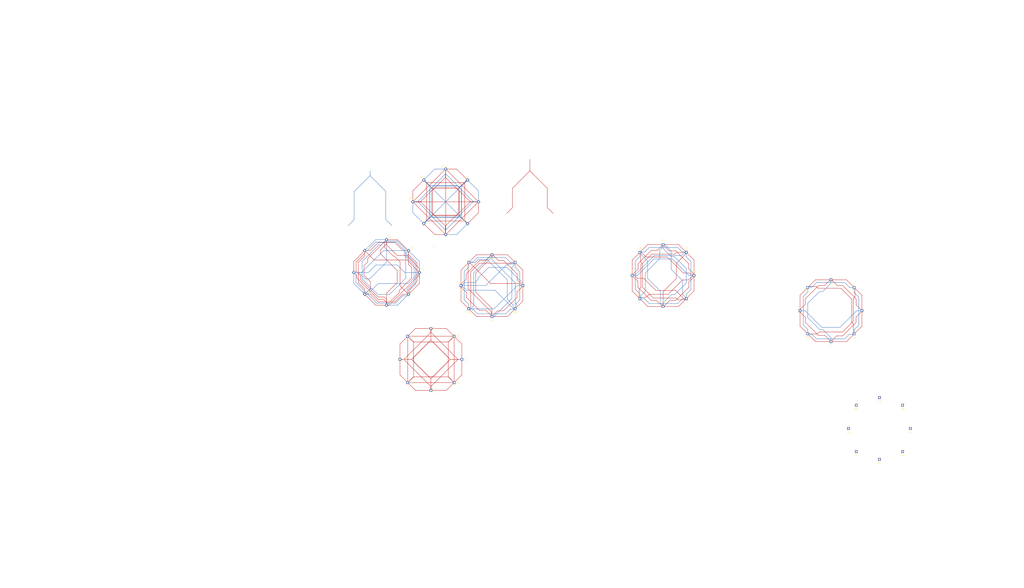
<source format=kicad_pcb>
(kicad_pcb (version 20211014) (generator pcbnew)
  (layers (0 "F.Cu" signal) (31 "B.Cu" signal) (34 "B.Paste" user) (35 "F.Paste" user) (36 "B.SilkS" user "B.Silkscreen") (37 "F.SilkS" user "F.Silkscreen") (38 "B.Mask" user) (39 "F.Mask" user) (44 "Edge.Cuts" user))
  (net 0 "")
  (net 1 "Net-(TP1-Pad1)")
  (footprint "Connector_PinSocket_2.54mm:PinSocket_1x01_P2.54mm_Vertical" (layer "F.Cu") (at 69.5 68.73682 45)
    (fp_text reference "TP7")
    (fp_text value "TestPoint_Small")
  )
  (footprint "Connector_PinSocket_2.54mm:PinSocket_1x01_P2.54mm_Vertical" (layer "F.Cu") (at 98.236822 68.736822 45)
    (fp_text reference "TP5")
    (fp_text value "TestPoint_Small")
  )
  (footprint "Connector_PinSocket_2.54mm:PinSocket_1x01_P2.54mm_Vertical" (layer "F.Cu") (at 83.868411 32.815795 45)
    (fp_text reference "TP2")
    (fp_text value "TestPoint_Small")
  )
  (footprint "Connector_PinSocket_2.54mm:PinSocket_1x01_P2.54mm_Vertical" (layer "F.Cu") (at 53.847999 157.988001 -90)
    (fp_text reference "TP5")
    (fp_text value "TestPoint_Small")
  )
  (footprint "Connector_PinSocket_2.54mm:PinSocket_1x01_P2.54mm_Vertical" (layer "F.Cu") (at 93.933998 109.471999 180)
    (fp_text reference "TP3")
    (fp_text value "TestPoint_Small")
  )
  (footprint "Connector_PinSocket_2.54mm:PinSocket_1x01_P2.54mm_Vertical" (layer "F.Cu") (at 321.701534 110.701533 180)
    (fp_text reference "TP4")
    (fp_text value "TestPoint_Small")
  )
  (footprint "Connector_PinSocket_2.54mm:PinSocket_1x01_P2.54mm_Vertical" (layer "F.Cu") (at 58.928 142.748 -90)
    (fp_text reference "TP6")
    (fp_text value "TestPoint_Small")
  )
  (footprint "Connector_PinSocket_2.54mm:PinSocket_1x01_P2.54mm_Vertical" (layer "F.Cu") (at 353.552 218.596001 180)
    (fp_text reference "TP2")
    (fp_text value "TestPoint_Small")
  )
  (footprint "Connector_PinSocket_2.54mm:PinSocket_1x01_P2.54mm_Vertical" (layer "F.Cu") (at 129.493997 94.232001 180)
    (fp_text reference "TP6")
    (fp_text value "TestPoint_Small")
  )
  (footprint "Connector_PinSocket_2.54mm:PinSocket_1x01_P2.54mm_Vertical" (layer "F.Cu") (at 206.354253 102.825982)
    (fp_text reference "TP7")
    (fp_text value "TestPoint_Small")
  )
  (footprint "Connector_PinSocket_2.54mm:PinSocket_1x01_P2.54mm_Vertical" (layer "F.Cu") (at 226.674251 123.145981)
    (fp_text reference "TP5")
    (fp_text value "TestPoint_Small")
  )
  (footprint "Connector_PinSocket_2.54mm:PinSocket_1x01_P2.54mm_Vertical" (layer "F.Cu") (at 105.421025 54.368409 45)
    (fp_text reference "TP4")
    (fp_text value "TestPoint_Small")
  )
  (footprint "Connector_PinSocket_2.54mm:PinSocket_1x01_P2.54mm_Vertical" (layer "F.Cu") (at 89.408001 173.228001 -90)
    (fp_text reference "TP2")
    (fp_text value "TestPoint_Small")
  )
  (footprint "Connector_PinSocket_2.54mm:PinSocket_1x01_P2.54mm_Vertical" (layer "F.Cu") (at 30.684208 86.447384 -45)
    (fp_text reference "TP7")
    (fp_text value "TestPoint_Small")
  )
  (footprint "Connector_PinSocket_2.54mm:PinSocket_1x01_P2.54mm_Vertical" (layer "F.Cu") (at 62.315795 54.36841 45)
    (fp_text reference "TP8")
    (fp_text value "TestPoint_Small")
  )
  (footprint "Connector_PinSocket_2.54mm:PinSocket_1x01_P2.54mm_Vertical" (layer "F.Cu") (at 348.472002 203.356 180)
    (fp_text reference "TP3")
    (fp_text value "TestPoint_Small")
  )
  (footprint "Connector_PinSocket_2.54mm:PinSocket_1x01_P2.54mm_Vertical" (layer "F.Cu") (at 316.621536 125.941532 180)
    (fp_text reference "TP3")
    (fp_text value "TestPoint_Small")
  )
  (footprint "Connector_PinSocket_2.54mm:PinSocket_1x01_P2.54mm_Vertical" (layer "F.Cu") (at 59.421026 86.447386 -45)
    (fp_text reference "TP1")
    (fp_text value "TestPoint_Small")
  )
  (footprint "Connector_PinSocket_2.54mm:PinSocket_1x01_P2.54mm_Vertical" (layer "F.Cu") (at 59.421026 115.184207 -45)
    (fp_text reference "TP3")
    (fp_text value "TestPoint_Small")
  )
  (footprint "Connector_PinSocket_2.54mm:PinSocket_1x01_P2.54mm_Vertical" (layer "F.Cu") (at 336.941534 146.261532 180)
    (fp_text reference "TP1")
    (fp_text value "TestPoint_Small")
  )
  (footprint "Connector_PinSocket_2.54mm:PinSocket_1x01_P2.54mm_Vertical" (layer "F.Cu") (at 352.181535 110.701533 180)
    (fp_text reference "TP6")
    (fp_text value "TestPoint_Small")
  )
  (footprint "Connector_PinSocket_2.54mm:PinSocket_1x01_P2.54mm_Vertical" (layer "F.Cu") (at 352.181533 141.181531 180)
    (fp_text reference "TP8")
    (fp_text value "TestPoint_Small")
  )
  (footprint "Connector_PinSocket_2.54mm:PinSocket_1x01_P2.54mm_Vertical" (layer "F.Cu") (at 384.032001 188.116001 180)
    (fp_text reference "TP6")
    (fp_text value "TestPoint_Small")
  )
  (footprint "Connector_PinSocket_2.54mm:PinSocket_1x01_P2.54mm_Vertical" (layer "F.Cu") (at 23.500003 100.815793 -45)
    (fp_text reference "TP6")
    (fp_text value "TestPoint_Small")
  )
  (footprint "Connector_PinSocket_2.54mm:PinSocket_1x01_P2.54mm_Vertical" (layer "F.Cu") (at 69.500001 40.000001 45)
    (fp_text reference "TP1")
    (fp_text value "TestPoint_Small")
  )
  (footprint "Connector_PinSocket_2.54mm:PinSocket_1x01_P2.54mm_Vertical" (layer "F.Cu") (at 99.013996 124.712001 180)
    (fp_text reference "TP2")
    (fp_text value "TestPoint_Small")
  )
  (footprint "Connector_PinSocket_2.54mm:PinSocket_1x01_P2.54mm_Vertical" (layer "F.Cu") (at 336.941535 105.621532 180)
    (fp_text reference "TP5")
    (fp_text value "TestPoint_Small")
  )
  (footprint "Connector_PinSocket_2.54mm:PinSocket_1x01_P2.54mm_Vertical" (layer "F.Cu") (at 321.701534 141.181533 180)
    (fp_text reference "TP2")
    (fp_text value "TestPoint_Small")
  )
  (footprint "Connector_PinSocket_2.54mm:PinSocket_1x01_P2.54mm_Vertical" (layer "F.Cu") (at 89.407998 142.748002 -90)
    (fp_text reference "TP8")
    (fp_text value "TestPoint_Small")
  )
  (footprint "Connector_PinSocket_2.54mm:PinSocket_1x01_P2.54mm_Vertical" (layer "F.Cu") (at 94.487998 157.988002 -90)
    (fp_text reference "TP1")
    (fp_text value "TestPoint_Small")
  )
  (footprint "Connector_PinSocket_2.54mm:PinSocket_1x01_P2.54mm_Vertical" (layer "F.Cu") (at 389.111999 203.355998 180)
    (fp_text reference "TP7")
    (fp_text value "TestPoint_Small")
  )
  (footprint "Connector_PinSocket_2.54mm:PinSocket_1x01_P2.54mm_Vertical" (layer "F.Cu") (at 98.236822 40.000001 45)
    (fp_text reference "TP3")
    (fp_text value "TestPoint_Small")
  )
  (footprint "Connector_PinSocket_2.54mm:PinSocket_1x01_P2.54mm_Vertical" (layer "F.Cu") (at 384.031999 218.595999 180)
    (fp_text reference "TP8")
    (fp_text value "TestPoint_Small")
  )
  (footprint "Connector_PinSocket_2.54mm:PinSocket_1x01_P2.54mm_Vertical" (layer "F.Cu") (at 74.167998 137.668002 -90)
    (fp_text reference "TP7")
    (fp_text value "TestPoint_Small")
  )
  (footprint "Connector_PinSocket_2.54mm:PinSocket_1x01_P2.54mm_Vertical" (layer "F.Cu") (at 353.552 188.116001 180)
    (fp_text reference "TP4")
    (fp_text value "TestPoint_Small")
  )
  (footprint "Connector_PinSocket_2.54mm:PinSocket_1x01_P2.54mm_Vertical" (layer "F.Cu") (at 129.493995 124.711998 180)
    (fp_text reference "TP8")
    (fp_text value "TestPoint_Small")
  )
  (footprint "Connector_PinSocket_2.54mm:PinSocket_1x01_P2.54mm_Vertical" (layer "F.Cu") (at 58.927999 173.228001 -90)
    (fp_text reference "TP4")
    (fp_text value "TestPoint_Small")
  )
  (footprint "Connector_PinSocket_2.54mm:PinSocket_1x01_P2.54mm_Vertical" (layer "F.Cu") (at 368.792001 183.036 180)
    (fp_text reference "TP5")
    (fp_text value "TestPoint_Small")
  )
  (footprint "Connector_PinSocket_2.54mm:PinSocket_1x01_P2.54mm_Vertical" (layer "F.Cu") (at 241.914251 118.065978)
    (fp_text reference "TP4")
    (fp_text value "TestPoint_Small")
  )
  (footprint "Connector_PinSocket_2.54mm:PinSocket_1x01_P2.54mm_Vertical" (layer "F.Cu") (at 66.605233 100.815795 -45)
    (fp_text reference "TP2")
    (fp_text value "TestPoint_Small")
  )
  (footprint "Connector_PinSocket_2.54mm:PinSocket_1x01_P2.54mm_Vertical" (layer "F.Cu") (at 114.253997 89.151999 180)
    (fp_text reference "TP5")
    (fp_text value "TestPoint_Small")
  )
  (footprint "Connector_PinSocket_2.54mm:PinSocket_1x01_P2.54mm_Vertical" (layer "F.Cu") (at 241.914252 87.585979)
    (fp_text reference "TP2")
    (fp_text value "TestPoint_Small")
  )
  (footprint "Connector_PinSocket_2.54mm:PinSocket_1x01_P2.54mm_Vertical" (layer "F.Cu") (at 74.168001 178.308001 -90)
    (fp_text reference "TP3")
    (fp_text value "TestPoint_Small")
  )
  (footprint "Connector_PinSocket_2.54mm:PinSocket_1x01_P2.54mm_Vertical" (layer "F.Cu") (at 45.052619 122.368409 -45)
    (fp_text reference "TP4")
    (fp_text value "TestPoint_Small")
  )
  (footprint "Connector_PinSocket_2.54mm:PinSocket_1x01_P2.54mm_Vertical" (layer "F.Cu") (at 211.434252 87.585981)
    (fp_text reference "TP8")
    (fp_text value "TestPoint_Small")
  )
  (footprint "Connector_PinSocket_2.54mm:PinSocket_1x01_P2.54mm_Vertical" (layer "F.Cu") (at 30.684205 115.184207 -45)
    (fp_text reference "TP5")
    (fp_text value "TestPoint_Small")
  )
  (footprint "Connector_PinSocket_2.54mm:PinSocket_1x01_P2.54mm_Vertical" (layer "F.Cu") (at 83.868409 75.921025 45)
    (fp_text reference "TP6")
    (fp_text value "TestPoint_Small")
  )
  (footprint "Connector_PinSocket_2.54mm:PinSocket_1x01_P2.54mm_Vertical" (layer "F.Cu") (at 226.674252 82.505981)
    (fp_text reference "TP1")
    (fp_text value "TestPoint_Small")
  )
  (footprint "Connector_PinSocket_2.54mm:PinSocket_1x01_P2.54mm_Vertical" (layer "F.Cu") (at 357.261533 125.94153 180)
    (fp_text reference "TP7")
    (fp_text value "TestPoint_Small")
  )
  (footprint "Connector_PinSocket_2.54mm:PinSocket_1x01_P2.54mm_Vertical" (layer "F.Cu") (at 134.573995 109.471998 180)
    (fp_text reference "TP7")
    (fp_text value "TestPoint_Small")
  )
  (footprint "Connector_PinSocket_2.54mm:PinSocket_1x01_P2.54mm_Vertical" (layer "F.Cu") (at 211.43425 118.065979)
    (fp_text reference "TP6")
    (fp_text value "TestPoint_Small")
  )
  (footprint "Connector_PinSocket_2.54mm:PinSocket_1x01_P2.54mm_Vertical" (layer "F.Cu") (at 368.792 223.676 180)
    (fp_text reference "TP1")
    (fp_text value "TestPoint_Small")
  )
  (footprint "Connector_PinSocket_2.54mm:PinSocket_1x01_P2.54mm_Vertical" (layer "F.Cu") (at 114.253996 129.791998 180)
    (fp_text reference "TP1")
    (fp_text value "TestPoint_Small")
  )
  (footprint "Connector_PinSocket_2.54mm:PinSocket_1x01_P2.54mm_Vertical" (layer "F.Cu") (at 246.99425 102.82598)
    (fp_text reference "TP3")
    (fp_text value "TestPoint_Small")
  )
  (footprint "Connector_PinSocket_2.54mm:PinSocket_1x01_P2.54mm_Vertical" (layer "F.Cu") (at 99.013996 94.231999 180)
    (fp_text reference "TP4")
    (fp_text value "TestPoint_Small")
  )
  (footprint "Connector_PinSocket_2.54mm:PinSocket_1x01_P2.54mm_Vertical" (layer "F.Cu") (at 45.052618 79.263179 -45)
    (fp_text reference "TP8")
    (fp_text value "TestPoint_Small")
  )
  (segment (start 50.557028 120.134772) (end 55.507593 115.184207) (width 0.25) (layer "F.Cu") (net 1))
  (segment (start 56.388 157.988001) (end 74.167998 140.208003) (width 0.25) (layer "F.Cu") (net 1))
  (segment (start 94.487998 157.988002) (end 86.867999 157.988001) (width 0.25) (layer "F.Cu") (net 1))
  (segment (start 132.600306 108.78569) (end 133.286614 109.471998) (width 0.25) (layer "F.Cu") (net 1))
  (segment (start 45.052619 120.13918) (end 45.057029 120.13477) (width 0.25) (layer "F.Cu") (net 1))
  (segment (start 211.917032 87.733489) (end 211.917032 94.007492) (width 0.25) (layer "F.Cu") (net 1))
  (segment (start 83.86841 70.532871) (end 83.868409 75.921025) (width 0.25) (layer "F.Cu") (net 1))
  (segment (start 316.621535 136.101535) (end 316.621536 125.941532) (width 0.25) (layer "F.Cu") (net 1))
  (segment (start 92.747848 63.536052) (end 76.583386 63.536052) (width 0.25) (layer "F.Cu") (net 1))
  (segment (start 241.914251 118.065978) (end 236.834251 123.145979) (width 0.25) (layer "F.Cu") (net 1))
  (segment (start 59.421026 88.998768) (end 65.057029 94.634771) (width 0.25) (layer "F.Cu") (net 1))
  (segment (start 208.110254 102.825982) (end 206.354253 102.825982) (width 0.25) (layer "F.Cu") (net 1))
  (segment (start 246.610251 102.825981) (end 245.716251 101.931981) (width 0.25) (layer "F.Cu") (net 1))
  (segment (start 53.905592 93.857865) (end 53.905592 109.668774) (width 0.25) (layer "F.Cu") (net 1))
  (segment (start 61.057029 95.13477) (end 61.05703 95.267592) (width 0.25) (layer "F.Cu") (net 1))
  (segment (start 344.693533 109.457533) (end 353.485533 118.249531) (width 0.25) (layer "F.Cu") (net 1))
  (segment (start 74.168001 178.308001) (end 64.007999 178.308001) (width 0.25) (layer "F.Cu") (net 1))
  (segment (start 66.605233 100.815795) (end 66.605232 108.000001) (width 0.25) (layer "F.Cu") (net 1))
  (segment (start 352.181533 141.181531) (end 347.101535 146.261532) (width 0.25) (layer "F.Cu") (net 1))
  (segment (start 216.51425 82.50598) (end 226.674252 82.505981) (width 0.25) (layer "F.Cu") (net 1))
  (segment (start 43.652544 84.311923) (end 49.309398 89.968777) (width 0.25) (layer "F.Cu") (net 1))
  (segment (start 240.350251 118.06598) (end 234.966251 112.68198) (width 0.25) (layer "F.Cu") (net 1))
  (segment (start 351.698753 134.76002) (end 350.486752 133.54802) (width 0.25) (layer "F.Cu") (net 1))
  (segment (start 226.67425 113.47398) (end 226.674251 123.145981) (width 0.25) (layer "F.Cu") (net 1))
  (segment (start 45.052619 114.447381) (end 45.052619 122.368409) (width 0.25) (layer "F.Cu") (net 1))
  (segment (start 50.016505 89.968777) (end 53.905592 93.857865) (width 0.25) (layer "F.Cu") (net 1))
  (segment (start 74.168001 178.308001) (end 74.168 170.688) (width 0.25) (layer "F.Cu") (net 1))
  (segment (start 217.466252 115.18198) (end 215.466252 117.18198) (width 0.25) (layer "F.Cu") (net 1))
  (segment (start 89.407998 142.748002) (end 89.408001 173.228001) (width 0.25) (layer "F.Cu") (net 1))
  (segment (start 72.898 146.558001) (end 85.598 146.558001) (width 0.25) (layer "F.Cu") (net 1))
  (segment (start 243.630252 107.017982) (end 243.63025 110.517981) (width 0.25) (layer "F.Cu") (net 1))
  (segment (start 74.963948 47.083386) (end 83.944204 38.10313) (width 0.25) (layer "F.Cu") (net 1))
  (segment (start 49.309398 89.968777) (end 50.016505 89.968777) (width 0.25) (layer "F.Cu") (net 1))
  (segment (start 39.557029 81.13477) (end 50.557028 81.134771) (width 0.25) (layer "F.Cu") (net 1))
  (segment (start 97.924205 39.864) (end 92.536052 45.252152) (width 0.25) (layer "F.Cu") (net 1))
  (segment (start 351.698753 141.034023) (end 351.698753 134.76002) (width 0.25) (layer "F.Cu") (net 1))
  (segment (start 92.747848 63.536052) (end 92.747848 47.371591) (width 0.25) (layer "F.Cu") (net 1))
  (segment (start 53.847999 157.988001) (end 61.468 157.988001) (width 0.25) (layer "F.Cu") (net 1))
  (segment (start 98.236822 68.736822) (end 96.440768 66.940768) (width 0.25) (layer "F.Cu") (net 1))
  (segment (start 118.505998 92.988) (end 122.005997 92.988) (width 0.25) (layer "F.Cu") (net 1))
  (segment (start 347.101537 105.621531) (end 352.181535 110.701533) (width 0.25) (layer "F.Cu") (net 1))
  (segment (start 114.669997 89.151999) (end 118.505998 92.988) (width 0.25) (layer "F.Cu") (net 1))
  (segment (start 69.500001 40.000001) (end 74.888154 45.388154) (width 0.25) (layer "F.Cu") (net 1))
  (segment (start 219.006246 86.309982) (end 222.922252 86.309983) (width 0.25) (layer "F.Cu") (net 1))
  (segment (start 30.684205 115.184207) (end 34.606464 115.184207) (width 0.25) (layer "F.Cu") (net 1))
  (segment (start 62.737999 156.718002) (end 62.737999 169.418002) (width 0.25) (layer "F.Cu") (net 1))
  (segment (start 352.181535 110.701533) (end 352.181534 110.701536) (width 0.25) (layer "F.Cu") (net 1))
  (segment (start 106.089994 92.987999) (end 110.005998 92.987999) (width 0.25) (layer "F.Cu") (net 1))
  (segment (start 229.966251 115.18198) (end 217.466252 115.18198) (width 0.25) (layer "F.Cu") (net 1))
  (segment (start 243.966251 101.18198) (end 239.966251 101.18198) (width 0.25) (layer "F.Cu") (net 1))
  (segment (start 332.693536 109.457532) (end 336.469533 105.681534) (width 0.25) (layer "F.Cu") (net 1))
  (segment (start 66.605232 108.000001) (end 59.421026 115.184207) (width 0.25) (layer "F.Cu") (net 1))
  (segment (start 105.421025 54.368409) (end 62.315795 54.36841) (width 0.25) (layer "F.Cu") (net 1))
  (segment (start 26.557029 107.63477) (end 30.684205 111.761948) (width 0.25) (layer "F.Cu") (net 1))
  (segment (start 59.421026 112.270773) (end 65.057029 106.63477) (width 0.25) (layer "F.Cu") (net 1))
  (segment (start 85.598 159.258) (end 85.598001 146.558001) (width 0.25) (layer "F.Cu") (net 1))
  (segment (start 341.193536 109.457534) (end 344.693533 109.457533) (width 0.25) (layer "F.Cu") (net 1))
  (segment (start 74.168 175.768001) (end 74.168001 178.308001) (width 0.25) (layer "F.Cu") (net 1))
  (segment (start 43 118.5) (end 45.052619 120.552619) (width 0.25) (layer "F.Cu") (net 1))
  (segment (start 53.847999 157.988001) (end 56.388 157.988001) (width 0.25) (layer "F.Cu") (net 1))
  (segment (start 62.737999 169.418002) (end 58.927999 173.228002) (width 0.25) (layer "F.Cu") (net 1))
  (segment (start 113.813998 126.711999) (end 98.573997 111.471999) (width 0.25) (layer "F.Cu") (net 1))
  (segment (start 62.738001 169.418001) (end 58.927999 173.228001) (width 0.25) (layer "F.Cu") (net 1))
  (segment (start 246.99425 102.82598) (end 246.994249 112.98598) (width 0.25) (layer "F.Cu") (net 1))
  (segment (start 74.963948 63.247848) (end 91.128409 63.247848) (width 0.25) (layer "F.Cu") (net 1))
  (segment (start 58.928 142.748) (end 89.407998 142.748002) (width 0.25) (layer "F.Cu") (net 1))
  (segment (start 41 88.5) (end 52 99.5) (width 0.25) (layer "F.Cu") (net 1))
  (segment (start 235.466252 94.68198) (end 235.466251 104.681979) (width 0.25) (layer "F.Cu") (net 1))
  (segment (start 351.657885 111.225183) (end 352.181535 110.701533) (width 0.25) (layer "F.Cu") (net 1))
  (segment (start 114.253997 90.631999) (end 114.253997 89.151999) (width 0.25) (layer "F.Cu") (net 1))
  (segment (start 62.315795 54.36841) (end 83.868411 32.815795) (width 0.25) (layer "F.Cu") (net 1))
  (segment (start 215.466252 117.18198) (end 212.31825 117.18198) (width 0.25) (layer "F.Cu") (net 1))
  (segment (start 352.181535 110.701533) (end 351.687538 111.195532) (width 0.25) (layer "F.Cu") (net 1))
  (segment (start 343.486004 111.211999) (end 328.486003 111.212) (width 0.25) (layer "F.Cu") (net 1))
  (segment (start 25.5 104.5) (end 39.5 118.5) (width 0.25) (layer "F.Cu") (net 1))
  (segment (start 45.052619 120.552619) (end 45.052619 122.368409) (width 0.25) (layer "F.Cu") (net 1))
  (segment (start 84.327998 137.668002) (end 89.407998 142.748002) (width 0.25) (layer "F.Cu") (net 1))
  (segment (start 83.868411 32.815795) (end 83.868411 75.921023) (width 0.25) (layer "F.Cu") (net 1))
  (segment (start 246.99425 102.82598) (end 246.994249 102.825979) (width 0.25) (layer "F.Cu") (net 1))
  (segment (start 128.970347 94.75565) (end 129.493997 94.232001) (width 0.25) (layer "F.Cu") (net 1))
  (segment (start 94.487998 157.988002) (end 94.488001 168.148001) (width 0.25) (layer "F.Cu") (net 1))
  (segment (start 357.261533 115.78153) (end 357.261533 125.94153) (width 0.25) (layer "F.Cu") (net 1))
  (segment (start 55.507593 115.184207) (end 59.421026 115.184207) (width 0.25) (layer "F.Cu") (net 1))
  (segment (start 129.493997 94.232001) (end 134.573996 99.311998) (width 0.25) (layer "F.Cu") (net 1))
  (segment (start 134.573995 119.631998) (end 129.493995 124.711998) (width 0.25) (layer "F.Cu") (net 1))
  (segment (start 229.466252 90.681981) (end 215.466252 90.681981) (width 0.25) (layer "F.Cu") (net 1))
  (segment (start 30.217515 96.332738) (end 30.217515 102.696699) (width 0.25) (layer "F.Cu") (net 1))
  (segment (start 89.407998 142.748002) (end 94.487998 147.828002) (width 0.25) (layer "F.Cu") (net 1))
  (segment (start 98.136 68.924205) (end 92.747848 63.536052) (width 0.25) (layer "F.Cu") (net 1))
  (segment (start 103.573996 101.311999) (end 114.253997 90.631999) (width 0.25) (layer "F.Cu") (net 1))
  (segment (start 243.422252 95.053982) (end 234.970249 86.60198) (width 0.25) (layer "F.Cu") (net 1))
  (segment (start 52 99.5) (end 52 107.5) (width 0.25) (layer "F.Cu") (net 1))
  (segment (start 89.408001 173.228001) (end 84.328001 178.308001) (width 0.25) (layer "F.Cu") (net 1))
  (segment (start 239.466251 105.68198) (end 229.966251 115.18198) (width 0.25) (layer "F.Cu") (net 1))
  (segment (start 45.052618 79.263179) (end 32.692389 91.623409) (width 0.25) (layer "F.Cu") (net 1))
  (segment (start 97.297996 101.779998) (end 106.089994 92.987999) (width 0.25) (layer "F.Cu") (net 1))
  (segment (start 236.341783 118.767512) (end 242.615786 118.767512) (width 0.25) (layer "F.Cu") (net 1))
  (segment (start 83.868411 75.921023) (end 83.868409 75.921025) (width 0.25) (layer "F.Cu") (net 1))
  (segment (start 74.888154 45.388154) (end 91.052615 45.388154) (width 0.25) (layer "F.Cu") (net 1))
  (segment (start 241.914252 87.585979) (end 246.994252 92.665977) (width 0.25) (layer "F.Cu") (net 1))
  (segment (start 30.684207 90.007591) (end 26.557028 94.134769) (width 0.25) (layer "F.Cu") (net 1))
  (segment (start 75.437999 146.558001) (end 62.738001 146.558001) (width 0.25) (layer "F.Cu") (net 1))
  (segment (start 75.920001 83.920001) (end 76 84) (width 0.25) (layer "F.Cu") (net 1))
  (segment (start 213.129034 95.219493) (end 213.129033 110.554766) (width 0.25) (layer "F.Cu") (net 1))
  (segment (start 76.583386 63.536052) (end 67.60313 54.555796) (width 0.25) (layer "F.Cu") (net 1))
  (segment (start 85.598 146.558001) (end 89.408 142.748) (width 0.25) (layer "F.Cu") (net 1))
  (segment (start 220.129781 117.555513) (end 235.129783 117.555512) (width 0.25) (layer "F.Cu") (net 1))
  (segment (start 226.674251 123.145981) (end 216.514249 123.145981) (width 0.25) (layer "F.Cu") (net 1))
  (segment (start 53.847999 168.148001) (end 53.847999 157.988001) (width 0.25) (layer "F.Cu") (net 1))
  (segment (start 218.922253 119.309979) (end 210.130253 110.517982) (width 0.25) (layer "F.Cu") (net 1))
  (segment (start 100.369415 123.356582) (end 100.369415 100.412504) (width 0.25) (layer "F.Cu") (net 1))
  (segment (start 69.500001 40.000001) (end 69.5 40.000001) (width 0.25) (layer "F.Cu") (net 1))
  (segment (start 243.466253 105.68198) (end 239.466251 105.68198) (width 0.25) (layer "F.Cu") (net 1))
  (segment (start 100.108665 54.267591) (end 105.496819 54.267592) (width 0.25) (layer "F.Cu") (net 1))
  (segment (start 352.181535 110.701533) (end 357.261533 115.78153) (width 0.25) (layer "F.Cu") (net 1))
  (segment (start 86.867999 157.988001) (end 75.437999 169.418001) (width 0.25) (layer "F.Cu") (net 1))
  (segment (start 74.888154 61.552615) (end 83.86841 70.532871) (width 0.25) (layer "F.Cu") (net 1))
  (segment (start 351.523557 117.968784) (end 352.735557 116.756783) (width 0.25) (layer "F.Cu") (net 1))
  (segment (start 213.966252 104.681981) (end 209.966252 104.681981) (width 0.25) (layer "F.Cu") (net 1))
  (segment (start 344.60954 142.457531) (end 340.693534 142.45753) (width 0.25) (layer "F.Cu") (net 1))
  (segment (start 352.735557 116.756783) (end 352.735557 110.482781) (width 0.25) (layer "F.Cu") (net 1))
  (segment (start 130.713997 117.196) (end 121.922001 125.987998) (width 0.25) (layer "F.Cu") (net 1))
  (segment (start 93.933998 109.471999) (end 93.933997 110.415997) (width 0.25) (layer "F.Cu") (net 1))
  (segment (start 353.401535 133.665533) (end 344.60954 142.457531) (width 0.25) (layer "F.Cu") (net 1))
  (segment (start 45.052618 79.263179) (end 45.052618 82.630361) (width 0.25) (layer "F.Cu") (net 1))
  (segment (start 230.630253 86.60198) (end 226.794249 82.765982) (width 0.25) (layer "F.Cu") (net 1))
  (segment (start 206.354253 92.665982) (end 211.434252 87.585981) (width 0.25) (layer "F.Cu") (net 1))
  (segment (start 83.944204 38.10313) (end 83.944203 32.714976) (width 0.25) (layer "F.Cu") (net 1))
  (segment (start 97.505998 113.987998) (end 97.505997 117.243999) (width 0.25) (layer "F.Cu") (net 1))
  (segment (start 211.434252 87.585981) (end 216.51425 82.50598) (width 0.25) (layer "F.Cu") (net 1))
  (segment (start 71.296051 41.796051) (end 96.440769 41.796052) (width 0.25) (layer "F.Cu") (net 1))
  (segment (start 235.129783 117.555512) (end 236.341783 118.767512) (width 0.25) (layer "F.Cu") (net 1))
  (segment (start 246.99425 102.82598) (end 246.994249 101.881981) (width 0.25) (layer "F.Cu") (net 1))
  (segment (start 105.421025 61.552615) (end 98.236822 68.736822) (width 0.25) (layer "F.Cu") (net 1))
  (segment (start 61.468 157.988001) (end 72.898 169.418001) (width 0.25) (layer "F.Cu") (net 1))
  (segment (start 34.606464 115.184207) (end 39.557029 120.134772) (width 0.25) (layer "F.Cu") (net 1))
  (segment (start 26.557028 94.134769) (end 26.557029 107.63477) (width 0.25) (layer "F.Cu") (net 1))
  (segment (start 234.838254 119.309981) (end 230.92225 119.309981) (width 0.25) (layer "F.Cu") (net 1))
  (segment (start 74.963948 63.247848) (end 74.963948 47.083386) (width 0.25) (layer "F.Cu") (net 1))
  (segment (start 114.253996 129.791998) (end 114.253995 124.491997) (width 0.25) (layer "F.Cu") (net 1))
  (segment (start 212.31825 117.18198) (end 211.43425 118.065979) (width 0.25) (layer "F.Cu") (net 1))
  (segment (start 97.297996 105.279997) (end 97.297996 101.779998) (width 0.25) (layer "F.Cu") (net 1))
  (segment (start 45.052618 81.947382) (end 41 86) (width 0.25) (layer "F.Cu") (net 1))
  (segment (start 58.557029 92.63477) (end 61.057029 95.13477) (width 0.25) (layer "F.Cu") (net 1))
  (segment (start 150.621999 45.465998) (end 150.621999 58.165998) (width 0.25) (layer "F.Cu") (net 1))
  (segment (start 30.684208 86.447384) (end 30.684208 88.315792) (width 0.25) (layer "F.Cu") (net 1))
  (segment (start 344.522809 139.969533) (end 351.523558 132.968784) (width 0.25) (layer "F.Cu") (net 1))
  (segment (start 226.674251 123.145981) (end 226.674254 123.145981) (width 0.25) (layer "F.Cu") (net 1))
  (segment (start 210.130253 110.517982) (end 210.130252 106.601981) (width 0.25) (layer "F.Cu") (net 1))
  (segment (start 350.486752 133.54802) (end 350.486752 118.212747) (width 0.25) (layer "F.Cu") (net 1))
  (segment (start 58.057029 89.634771) (end 61.057029 92.63477) (width 0.25) (layer "F.Cu") (net 1))
  (segment (start 222.922252 86.309983) (end 226.69825 82.533982) (width 0.25) (layer "F.Cu") (net 1))
  (segment (start 50.557028 81.134771) (end 55.869643 86.447386) (width 0.25) (layer "F.Cu") (net 1))
  (segment (start 39.557029 120.134772) (end 50.557028 120.134772) (width 0.25) (layer "F.Cu") (net 1))
  (segment (start 216.514249 123.145981) (end 211.43425 118.065979) (width 0.25) (layer "F.Cu") (net 1))
  (segment (start 130.797996 105.695999) (end 134.573995 109.471998) (width 0.25) (layer "F.Cu") (net 1))
  (segment (start 74.167999 145.288002) (end 62.737999 156.718002) (width 0.25) (layer "F.Cu") (net 1))
  (segment (start 241.914252 87.585979) (end 241.062253 87.585979) (width 0.25) (layer "F.Cu") (net 1))
  (segment (start 210.130252 106.601981) (end 206.354253 102.825982) (width 0.25) (layer "F.Cu") (net 1))
  (segment (start 328.486003 111.212) (end 327.274003 110) (width 0.25) (layer "F.Cu") (net 1))
  (segment (start 351.523558 132.968784) (end 351.523557 117.968784) (width 0.25) (layer "F.Cu") (net 1))
  (segment (start 84.328001 178.308001) (end 74.168001 178.308001) (width 0.25) (layer "F.Cu") (net 1))
  (segment (start 45.052618 79.263179) (end 52.236821 79.263179) (width 0.25) (layer "F.Cu") (net 1))
  (segment (start 93.933997 119.632002) (end 93.933998 109.471999) (width 0.25) (layer "F.Cu") (net 1))
  (segment (start 114.253996 129.791998) (end 104.093996 129.792001) (width 0.25) (layer "F.Cu") (net 1))
  (segment (start 210.214248 98.60198) (end 210.214251 95.101979) (width 0.25) (layer "F.Cu") (net 1))
  (segment (start 62.738001 146.558001) (end 58.928 142.748) (width 0.25) (layer "F.Cu") (net 1))
  (segment (start 34.460156 111.408256) (end 30.684205 115.184207) (width 0.25) (layer "F.Cu") (net 1))
  (segment (start 235.640249 87.585979) (end 234.428249 88.797979) (width 0.25) (layer "F.Cu") (net 1))
  (segment (start 30.684205 111.761948) (end 30.684205 115.184207) (width 0.25) (layer "F.Cu") (net 1))
  (segment (start 122.005997 92.988) (end 130.797996 101.779998) (width 0.25) (layer "F.Cu") (net 1))
  (segment (start 114.253997 89.151999) (end 114.253995 89.152) (width 0.25) (layer "F.Cu") (net 1))
  (segment (start 45.052618 79.263179) (end 45.052618 81.947382) (width 0.25) (layer "F.Cu") (net 1))
  (segment (start 74.168 170.688) (end 85.598 159.258) (width 0.25) (layer "F.Cu") (net 1))
  (segment (start 219.092977 88.797979) (end 212.092228 95.798728) (width 0.25) (layer "F.Cu") (net 1))
  (segment (start 93.933998 109.471999) (end 93.933997 99.311998) (width 0.25) (layer "F.Cu") (net 1))
  (segment (start 75.437999 169.418001) (end 62.738001 169.418001) (width 0.25) (layer "F.Cu") (net 1))
  (segment (start 246.994252 92.665977) (end 246.99425 102.82598) (width 0.25) (layer "F.Cu") (net 1))
  (segment (start 69.575795 68.636) (end 74.963948 63.247848) (width 0.25) (layer "F.Cu") (net 1))
  (segment (start 23.500003 100.815793) (end 23.500003 93.631588) (width 0.25) (layer "F.Cu") (net 1))
  (segment (start 53.421028 112.578974) (end 61.500001 104.5) (width 0.25) (layer "F.Cu") (net 1))
  (segment (start 103.573997 113.811999) (end 103.573996 101.311999) (width 0.25) (layer "F.Cu") (net 1))
  (segment (start 340.693534 142.45753) (end 336.917535 146.23353) (width 0.25) (layer "F.Cu") (net 1))
  (segment (start 62.738001 146.558001) (end 58.928 142.748) (width 0.25) (layer "F.Cu") (net 1))
  (segment (start 105.421025 54.368409) (end 105.421025 61.552615) (width 0.25) (layer "F.Cu") (net 1))
  (segment (start 353.485534 122.165531) (end 357.261533 125.94153) (width 0.25) (layer "F.Cu") (net 1))
  (segment (start 74.167999 145.288002) (end 85.597999 156.718002) (width 0.25) (layer "F.Cu") (net 1))
  (segment (start 321.701534 141.181533) (end 316.621535 136.101535) (width 0.25) (layer "F.Cu") (net 1))
  (segment (start 34.244414 86.447384) (end 39.557029 81.13477) (width 0.25) (layer "F.Cu") (net 1))
  (segment (start 114.253997 89.151999) (end 124.413999 89.151998) (width 0.25) (layer "F.Cu") (net 1))
  (segment (start 92.536052 45.252152) (end 92.536052 61.416614) (width 0.25) (layer "F.Cu") (net 1))
  (segment (start 353.485533 118.249531) (end 353.485534 122.165531) (width 0.25) (layer "F.Cu") (net 1))
  (segment (start 246.322252 102.825981) (end 243.466253 105.68198) (width 0.25) (layer "F.Cu") (net 1))
  (segment (start 98.573997 111.471999) (end 98.573997 94.811999) (width 0.25) (layer "F.Cu") (net 1))
  (segment (start 53.421028 114) (end 53.421028 112.578974) (width 0.25) (layer "F.Cu") (net 1))
  (segment (start 131.907013 108.092397) (end 113.354395 108.092397) (width 0.25) (layer "F.Cu") (net 1))
  (segment (start 85.598001 146.558001) (end 89.408001 142.748) (width 0.25) (layer "F.Cu") (net 1))
  (segment (start 45.052619 122.368409) (end 45.052619 120.13918) (width 0.25) (layer "F.Cu") (net 1))
  (segment (start 98.236822 40.000001) (end 96.440769 41.796052) (width 0.25) (layer "F.Cu") (net 1))
  (segment (start 130.713999 113.696) (end 130.713997 117.196) (width 0.25) (layer "F.Cu") (net 1))
  (segment (start 32.692389 93.857865) (end 30.217515 96.332738) (width 0.25) (layer "F.Cu") (net 1))
  (segment (start 97.505997 117.243999) (end 105.957997 125.695999) (width 0.25) (layer "F.Cu") (net 1))
  (segment (start 320.193535 130.457531) (end 320.193534 133.713531) (width 0.25) (layer "F.Cu") (net 1))
  (segment (start 71.296051 66.940768) (end 71.296053 41.796053) (width 0.25) (layer "F.Cu") (net 1))
  (segment (start 30.684208 86.447384) (end 36.871594 92.63477) (width 0.25) (layer "F.Cu") (net 1))
  (segment (start 316.621536 125.941532) (end 316.621536 115.781531) (width 0.25) (layer "F.Cu") (net 1))
  (segment (start 328.645536 142.165532) (end 332.985532 142.165532) (width 0.25) (layer "F.Cu") (net 1))
  (segment (start 92.536052 61.416614) (end 83.555796 70.39687) (width 0.25) (layer "F.Cu") (net 1))
  (segment (start 118.005997 125.987998) (end 114.229998 129.763997) (width 0.25) (layer "F.Cu") (net 1))
  (segment (start 71.296053 41.796053) (end 69.5 40) (width 0.25) (layer "F.Cu") (net 1))
  (segment (start 124.413996 129.791998) (end 114.253996 129.791998) (width 0.25) (layer "F.Cu") (net 1))
  (segment (start 74.168 170.688) (end 62.738 159.258) (width 0.25) (layer "F.Cu") (net 1))
  (segment (start 83.868409 75.921025) (end 76.684204 75.921025) (width 0.25) (layer "F.Cu") (net 1))
  (segment (start 357.261533 125.94153) (end 357.261533 136.10153) (width 0.25) (layer "F.Cu") (net 1))
  (segment (start 83.767591 38.391335) (end 83.767592 33.003181) (width 0.25) (layer "F.Cu") (net 1))
  (segment (start 55.869643 86.447386) (end 59.421026 86.447386) (width 0.25) (layer "F.Cu") (net 1))
  (segment (start 56.388 157.988001) (end 53.847999 157.988001) (width 0.25) (layer "F.Cu") (net 1))
  (segment (start 124.413999 89.151998) (end 129.493997 94.232001) (width 0.25) (layer "F.Cu") (net 1))
  (segment (start 104.093996 89.151999) (end 114.253997 89.151999) (width 0.25) (layer "F.Cu") (net 1))
  (segment (start 58.928 142.748) (end 64.007999 137.668) (width 0.25) (layer "F.Cu") (net 1))
  (segment (start 337.357535 105.621531) (end 341.193536 109.457534) (width 0.25) (layer "F.Cu") (net 1))
  (segment (start 114.253995 124.491997) (end 103.573997 113.811999) (width 0.25) (layer "F.Cu") (net 1))
  (segment (start 83.555796 70.39687) (end 83.555797 75.785024) (width 0.25) (layer "F.Cu") (net 1))
  (segment (start 59.421026 86.447386) (end 59.421026 88.998768) (width 0.25) (layer "F.Cu") (net 1))
  (segment (start 239.966251 101.18198) (end 229.466252 90.681981) (width 0.25) (layer "F.Cu") (net 1))
  (segment (start 62.315795 47.184206) (end 69.500001 40.000001) (width 0.25) (layer "F.Cu") (net 1))
  (segment (start 85.598 169.418001) (end 89.408 173.228001) (width 0.25) (layer "F.Cu") (net 1))
  (segment (start 69.500001 40.000001) (end 71.296051 41.796051) (width 0.25) (layer "F.Cu") (net 1))
  (segment (start 316.621536 126.88553) (end 320.193535 130.457531) (width 0.25) (layer "F.Cu") (net 1))
  (segment (start 316.621536 115.781531) (end 321.701534 110.701533) (width 0.25) (layer "F.Cu") (net 1))
  (segment (start 93.933997 110.415997) (end 97.505998 113.987998) (width 0.25) (layer "F.Cu") (net 1))
  (segment (start 74.168001 178.308001) (end 74.168 175.768001) (width 0.25) (layer "F.Cu") (net 1))
  (segment (start 320.193534 133.713531) (end 328.645536 142.165532) (width 0.25) (layer "F.Cu") (net 1))
  (segment (start 226.674252 82.505981) (end 236.834251 82.505978) (width 0.25) (layer "F.Cu") (net 1))
  (segment (start 23.500003 93.631588) (end 30.684208 86.447384) (width 0.25) (layer "F.Cu") (net 1))
  (segment (start 236.834251 123.145979) (end 226.674251 123.145981) (width 0.25) (layer "F.Cu") (net 1))
  (segment (start 83.868411 32.815795) (end 91.052617 32.815796) (width 0.25) (layer "F.Cu") (net 1))
  (segment (start 45.052618 79.263179) (end 45.052617 81.130359) (width 0.25) (layer "F.Cu") (net 1))
  (segment (start 64.007999 178.308001) (end 58.927999 173.228001) (width 0.25) (layer "F.Cu") (net 1))
  (segment (start 49.557029 87.134772) (end 52.057029 89.634772) (width 0.25) (layer "F.Cu") (net 1))
  (segment (start 93.933998 109.471999) (end 93.933999 109.472001) (width 0.25) (layer "F.Cu") (net 1))
  (segment (start 74.167998 137.668002) (end 84.327998 137.668002) (width 0.25) (layer "F.Cu") (net 1))
  (segment (start 336.941535 105.621532) (end 336.941532 105.621532) (width 0.25) (layer "F.Cu") (net 1))
  (segment (start 45.052619 122.368409) (end 46.631591 122.368409) (width 0.25) (layer "F.Cu") (net 1))
  (segment (start 96.440768 66.940768) (end 98.236821 68.736821) (width 0.25) (layer "F.Cu") (net 1))
  (segment (start 245.716251 101.931981) (end 244.716252 101.931981) (width 0.25) (layer "F.Cu") (net 1))
  (segment (start 350.486752 118.212747) (end 343.486004 111.211999) (width 0.25) (layer "F.Cu") (net 1))
  (segment (start 336.941534 146.261532) (end 326.781534 146.261534) (width 0.25) (layer "F.Cu") (net 1))
  (segment (start 235.466251 104.681979) (end 226.67425 113.47398) (width 0.25) (layer "F.Cu") (net 1))
  (segment (start 45.052618 79.263179) (end 43.652544 80.663254) (width 0.25) (layer "F.Cu") (net 1))
  (segment (start 226.258251 123.145981) (end 222.42225 119.309979) (width 0.25) (layer "F.Cu") (net 1))
  (segment (start 43.652544 80.663254) (end 43.652544 84.311923) (width 0.25) (layer "F.Cu") (net 1))
  (segment (start 244.716252 101.931981) (end 243.966251 101.18198) (width 0.25) (layer "F.Cu") (net 1))
  (segment (start 36.871594 92.63477) (end 58.557029 92.63477) (width 0.25) (layer "F.Cu") (net 1))
  (segment (start 96.440768 66.940768) (end 71.296052 66.940768) (width 0.25) (layer "F.Cu") (net 1))
  (segment (start 66.605233 100.815795) (end 66.605233 98.182975) (width 0.25) (layer "F.Cu") (net 1))
  (segment (start 65.057029 106.63477) (end 65.057029 105.634771) (width 0.25) (layer "F.Cu") (net 1))
  (segment (start 243.63025 110.517981) (end 234.838254 119.309981) (width 0.25) (layer "F.Cu") (net 1))
  (segment (start 28 103) (end 28 105.5) (width 0.25) (layer "F.Cu") (net 1))
  (segment (start 74.168 140.208001) (end 91.947997 157.988002) (width 0.25) (layer "F.Cu") (net 1))
  (segment (start 316.621536 125.941532) (end 316.621536 126.88553) (width 0.25) (layer "F.Cu") (net 1))
  (segment (start 58.927999 173.228001) (end 58.928 142.748) (width 0.25) (layer "F.Cu") (net 1))
  (segment (start 37.868412 122.368409) (end 30.684205 115.184207) (width 0.25) (layer "F.Cu") (net 1))
  (segment (start 59.421026 95.421026) (end 59.421026 86.447386) (width 0.25) (layer "F.Cu") (net 1))
  (segment (start 65.057029 94.634771) (end 65.057029 105.634771) (width 0.25) (layer "F.Cu") (net 1))
  (segment (start 206.378247 102.437982) (end 210.214248 98.60198) (width 0.25) (layer "F.Cu") (net 1))
  (segment (start 106.02627 94.75565) (end 128.970347 94.75565) (width 0.25) (layer "F.Cu") (net 1))
  (segment (start 61.500001 104.5) (end 61.500001 97.499999) (width 0.25) (layer "F.Cu") (net 1))
  (segment (start 246.99425 102.82598) (end 246.610251 102.825981) (width 0.25) (layer "F.Cu") (net 1))
  (segment (start 53.847999 147.828) (end 58.928 142.748) (width 0.25) (layer "F.Cu") (net 1))
  (segment (start 74.888154 45.388154) (end 74.888154 61.552615) (width 0.25) (layer "F.Cu") (net 1))
  (segment (start 132.600306 108.78569) (end 131.907013 108.092397) (width 0.25) (layer "F.Cu") (net 1))
  (segment (start 85.597999 169.418002) (end 89.407999 173.228002) (width 0.25) (layer "F.Cu") (net 1))
  (segment (start 327.975537 141.181533) (end 329.187537 139.969533) (width 0.25) (layer "F.Cu") (net 1))
  (segment (start 321.701534 110.701533) (end 326.781535 105.621533) (width 0.25) (layer "F.Cu") (net 1))
  (segment (start 212.092229 110.798727) (end 210.880229 112.01073) (width 0.25) (layer "F.Cu") (net 1))
  (segment (start 206.354253 102.825982) (end 206.354253 92.665982) (width 0.25) (layer "F.Cu") (net 1))
  (segment (start 45.052619 122.368409) (end 37.868412 122.368409) (width 0.25) (layer "F.Cu") (net 1))
  (segment (start 206.354253 112.985983) (end 206.354253 102.825982) (width 0.25) (layer "F.Cu") (net 1))
  (segment (start 83.868409 75.921025) (end 62.315795 54.36841) (width 0.25) (layer "F.Cu") (net 1))
  (segment (start 52.057029 89.634772) (end 58.057029 89.634771) (width 0.25) (layer "F.Cu") (net 1))
  (segment (start 241.914252 87.585979) (end 235.640249 87.585979) (width 0.25) (layer "F.Cu") (net 1))
  (segment (start 25 94) (end 25.000001 100) (width 0.25) (layer "F.Cu") (net 1))
  (segment (start 32.692389 91.623409) (end 32.692389 93.857865) (width 0.25) (layer "F.Cu") (net 1))
  (segment (start 316.621536 125.941532) (end 316.621537 125.941534) (width 0.25) (layer "F.Cu") (net 1))
  (segment (start 99.013996 124.712001) (end 93.933997 119.632002) (width 0.25) (layer "F.Cu") (net 1))
  (segment (start 326.781534 146.261534) (end 321.701534 141.181533) (width 0.25) (layer "F.Cu") (net 1))
  (segment (start 104.093996 129.792001) (end 99.013996 124.712001) (width 0.25) (layer "F.Cu") (net 1))
  (segment (start 92.747848 47.371591) (end 83.767591 38.391335) (width 0.25) (layer "F.Cu") (net 1))
  (segment (start 127.761999 58.165998) (end 123.951998 61.975998) (width 0.25) (layer "F.Cu") (net 1))
  (segment (start 23.500003 100.815793) (end 25.5 102.81579) (width 0.25) (layer "F.Cu") (net 1))
  (segment (start 30.217515 102.696699) (end 34.460156 106.93934) (width 0.25) (layer "F.Cu") (net 1))
  (segment (start 66.605233 104.586568) (end 66.605233 100.815795) (width 0.25) (layer "F.Cu") (net 1))
  (segment (start 30.684208 88.315792) (end 25 94) (width 0.25) (layer "F.Cu") (net 1))
  (segment (start 28 105.5) (end 39.5 117) (width 0.25) (layer "F.Cu") (net 1))
  (segment (start 353.401537 130.165532) (end 353.401535 133.665533) (width 0.25) (layer "F.Cu") (net 1))
  (segment (start 67.60313 54.555796) (end 62.214976 54.555797) (width 0.25) (layer "F.Cu") (net 1))
  (segment (start 94.487998 147.828002) (end 94.487998 157.988002) (width 0.25) (layer "F.Cu") (net 1))
  (segment (start 62.738 159.258) (end 62.738001 146.558001) (width 0.25) (layer "F.Cu") (net 1))
  (segment (start 62.315795 54.36841) (end 62.315795 47.184206) (width 0.25) (layer "F.Cu") (net 1))
  (segment (start 212.370252 87.585981) (end 211.434252 87.585981) (width 0.25) (layer "F.Cu") (net 1))
  (segment (start 46.631591 122.368409) (end 66 103) (width 0.25) (layer "F.Cu") (net 1))
  (segment (start 210.214251 95.101979) (end 219.006246 86.309982) (width 0.25) (layer "F.Cu") (net 1))
  (segment (start 61.500001 97.499999) (end 59.421026 95.421026) (width 0.25) (layer "F.Cu") (net 1))
  (segment (start 61.05703 95.267592) (end 66.605233 100.815795) (width 0.25) (layer "F.Cu") (net 1))
  (segment (start 74.168 175.768001) (end 56.388 157.988001) (width 0.25) (layer "F.Cu") (net 1))
  (segment (start 45.052619 122.368409) (end 53.421028 114) (width 0.25) (layer "F.Cu") (net 1))
  (segment (start 30.684208 86.447384) (end 34.244414 86.447384) (width 0.25) (layer "F.Cu") (net 1))
  (segment (start 127.761999 45.465998) (end 127.761999 58.165998) (width 0.25) (layer "F.Cu") (net 1))
  (segment (start 45.052619 118.552619) (end 45.052619 122.368409) (width 0.25) (layer "F.Cu") (net 1))
  (segment (start 321.701534 141.181533) (end 327.975537 141.181533) (width 0.25) (layer "F.Cu") (net 1))
  (segment (start 230.92225 119.309981) (end 227.146253 123.085978) (width 0.25) (layer "F.Cu") (net 1))
  (segment (start 76.371591 45.252152) (end 67.391335 54.232409) (width 0.25) (layer "F.Cu") (net 1))
  (segment (start 53.905592 109.668774) (end 59.421026 115.184207) (width 0.25) (layer "F.Cu") (net 1))
  (segment (start 347.101535 146.261532) (end 336.941534 146.261532) (width 0.25) (layer "F.Cu") (net 1))
  (segment (start 113.814 130.371998) (end 113.813998 126.711999) (width 0.25) (layer "F.Cu") (net 1))
  (segment (start 99.013996 124.712001) (end 100.369415 123.356582) (width 0.25) (layer "F.Cu") (net 1))
  (segment (start 72.898 169.418001) (end 85.598 169.418001) (width 0.25) (layer "F.Cu") (net 1))
  (segment (start 83.868411 32.815795) (end 105.421025 54.368409) (width 0.25) (layer "F.Cu") (net 1))
  (segment (start 113.354395 108.092397) (end 99.493997 94.231999) (width 0.25) (layer "F.Cu") (net 1))
  (segment (start 221.966251 112.68198) (end 213.966252 104.681981) (width 0.25) (layer "F.Cu") (net 1))
  (segment (start 53.847999 157.988001) (end 53.847999 147.828) (width 0.25) (layer "F.Cu") (net 1))
  (segment (start 357.237538 126.32953) (end 353.401537 130.165532) (width 0.25) (layer "F.Cu") (net 1))
  (segment (start 134.573995 109.471998) (end 134.573995 119.631998) (width 0.25) (layer "F.Cu") (net 1))
  (segment (start 129.493995 124.711998) (end 124.413996 129.791998) (width 0.25) (layer "F.Cu") (net 1))
  (segment (start 100.369415 100.412504) (end 106.02627 94.75565) (width 0.25) (layer "F.Cu") (net 1))
  (segment (start 34.460156 106.93934) (end 34.460156 111.408256) (width 0.25) (layer "F.Cu") (net 1))
  (segment (start 39.5 118.5) (end 43 118.5) (width 0.25) (layer "F.Cu") (net 1))
  (segment (start 99.013996 94.231999) (end 104.093996 89.151999) (width 0.25) (layer "F.Cu") (net 1))
  (segment (start 246.994249 101.881981) (end 243.422251 98.309981) (width 0.25) (layer "F.Cu") (net 1))
  (segment (start 25.5 102.81579) (end 25.5 104.5) (width 0.25) (layer "F.Cu") (net 1))
  (segment (start 234.970249 86.60198) (end 230.630253 86.60198) (width 0.25) (layer "F.Cu") (net 1))
  (segment (start 150.621999 58.165998) (end 154.432 61.975998) (width 0.25) (layer "F.Cu") (net 1))
  (segment (start 316.149534 125.585532) (end 319.985533 121.74953) (width 0.25) (layer "F.Cu") (net 1))
  (segment (start 130.797996 101.779998) (end 130.797996 105.695999) (width 0.25) (layer "F.Cu") (net 1))
  (segment (start 211.917032 94.007492) (end 213.129034 95.219493) (width 0.25) (layer "F.Cu") (net 1))
  (segment (start 93.461995 109.115998) (end 97.297996 105.279997) (width 0.25) (layer "F.Cu") (net 1))
  (segment (start 246.994249 112.98598) (end 241.914251 118.065978) (width 0.25) (layer "F.Cu") (net 1))
  (segment (start 76.684204 75.921025) (end 69.5 68.73682) (width 0.25) (layer "F.Cu") (net 1))
  (segment (start 327.274003 110) (end 321 110) (width 0.25) (layer "F.Cu") (net 1))
  (segment (start 211.43425 118.065979) (end 211.434252 118.065976) (width 0.25) (layer "F.Cu") (net 1))
  (segment (start 326.781535 105.621533) (end 336.941535 105.621532) (width 0.25) (layer "F.Cu") (net 1))
  (segment (start 211.43425 118.065979) (end 206.354253 112.985983) (width 0.25) (layer "F.Cu") (net 1))
  (segment (start 96.440769 41.796052) (end 98.236822 40.000001) (width 0.25) (layer "F.Cu") (net 1))
  (segment (start 209.966252 104.681981) (end 208.110254 102.825982) (width 0.25) (layer "F.Cu") (net 1))
  (segment (start 110.297995 125.695999) (end 114.133998 129.531999) (width 0.25) (layer "F.Cu") (net 1))
  (segment (start 234.966251 112.68198) (end 221.966251 112.68198) (width 0.25) (layer "F.Cu") (net 1))
  (segment (start 241.914251 118.065978) (end 240.350251 118.06598) (width 0.25) (layer "F.Cu") (net 1))
  (segment (start 89.408001 173.228001) (end 58.927999 173.228001) (width 0.25) (layer "F.Cu") (net 1))
  (segment (start 96.440769 41.796052) (end 96.440768 66.940768) (width 0.25) (layer "F.Cu") (net 1))
  (segment (start 39.5 117) (end 43.5 117) (width 0.25) (layer "F.Cu") (net 1))
  (segment (start 66 103) (end 66 101.421028) (width 0.25) (layer "F.Cu") (net 1))
  (segment (start 105.421025 54.368409) (end 83.868409 75.921025) (width 0.25) (layer "F.Cu") (net 1))
  (segment (start 110.005998 92.987999) (end 113.781995 89.212001) (width 0.25) (layer "F.Cu") (net 1))
  (segment (start 91.948 157.988001) (end 74.168 175.768001) (width 0.25) (layer "F.Cu") (net 1))
  (segment (start 67.391335 54.232409) (end 62.003181 54.232408) (width 0.25) (layer "F.Cu") (net 1))
  (segment (start 134.55 109.859999) (end 130.713999 113.696) (width 0.25) (layer "F.Cu") (net 1))
  (segment (start 91.052617 32.815796) (end 98.236822 40.000001) (width 0.25) (layer "F.Cu") (net 1))
  (segment (start 92.536052 45.252152) (end 76.371591 45.252152) (width 0.25) (layer "F.Cu") (net 1))
  (segment (start 319.985533 121.74953) (end 319.985535 118.249531) (width 0.25) (layer "F.Cu") (net 1))
  (segment (start 210.880229 112.01073) (end 210.880229 118.28473) (width 0.25) (layer "F.Cu") (net 1))
  (segment (start 246.99425 102.82598) (end 246.322252 102.825981) (width 0.25) (layer "F.Cu") (net 1))
  (segment (start 85.597999 156.718002) (end 85.597999 169.418002) (width 0.25) (layer "F.Cu") (net 1))
  (segment (start 212.092228 95.798728) (end 212.092229 110.798727) (width 0.25) (layer "F.Cu") (net 1))
  (segment (start 243.422251 98.309981) (end 243.422252 95.053982) (width 0.25) (layer "F.Cu") (net 1))
  (segment (start 241.914252 88.23398) (end 235.466252 94.68198) (width 0.25) (layer "F.Cu") (net 1))
  (segment (start 58.927999 173.228001) (end 53.847999 168.148001) (width 0.25) (layer "F.Cu") (net 1))
  (segment (start 234.428249 88.797979) (end 219.092977 88.797979) (width 0.25) (layer "F.Cu") (net 1))
  (segment (start 139.191999 34.035998) (end 127.761999 45.465998) (width 0.25) (layer "F.Cu") (net 1))
  (segment (start 74.167998 140.208003) (end 74.168 137.668) (width 0.25) (layer "F.Cu") (net 1))
  (segment (start 94.488001 168.148001) (end 89.408001 173.228001) (width 0.25) (layer "F.Cu") (net 1))
  (segment (start 336.941535 105.621532) (end 347.101537 105.621531) (width 0.25) (layer "F.Cu") (net 1))
  (segment (start 91.052615 45.388154) (end 100.032871 54.36841) (width 0.25) (layer "F.Cu") (net 1))
  (segment (start 222.42225 119.309979) (end 218.922253 119.309979) (width 0.25) (layer "F.Cu") (net 1))
  (segment (start 45.052618 82.630361) (end 49.557029 87.134772) (width 0.25) (layer "F.Cu") (net 1))
  (segment (start 52.236821 79.263179) (end 59.421026 86.447386) (width 0.25) (layer "F.Cu") (net 1))
  (segment (start 105.957997 125.695999) (end 110.297995 125.695999) (width 0.25) (layer "F.Cu") (net 1))
  (segment (start 86.867999 157.988001) (end 75.437999 146.558001) (width 0.25) (layer "F.Cu") (net 1))
  (segment (start 43.5 117) (end 45.052619 118.552619) (width 0.25) (layer "F.Cu") (net 1))
  (segment (start 211.43425 118.065979) (end 211.928248 117.571981) (width 0.25) (layer "F.Cu") (net 1))
  (segment (start 30.684208 86.447384) (end 30.684207 90.007591) (width 0.25) (layer "F.Cu") (net 1))
  (segment (start 64.007999 137.668) (end 74.167998 137.668002) (width 0.25) (layer "F.Cu") (net 1))
  (segment (start 332.985532 142.165532) (end 336.821536 146.00153) (width 0.25) (layer "F.Cu") (net 1))
  (segment (start 241.914252 87.585979) (end 241.914252 88.23398) (width 0.25) (layer "F.Cu") (net 1))
  (segment (start 319.985535 118.249531) (end 328.777532 109.457532) (width 0.25) (layer "F.Cu") (net 1))
  (segment (start 74.167998 137.668002) (end 74.168 140.208001) (width 0.25) (layer "F.Cu") (net 1))
  (segment (start 247.466252 103.18198) (end 243.630252 107.017982) (width 0.25) (layer "F.Cu") (net 1))
  (segment (start 41 86) (end 41 88.5) (width 0.25) (layer "F.Cu") (net 1))
  (segment (start 59.421026 115.184207) (end 59.421026 112.270773) (width 0.25) (layer "F.Cu") (net 1))
  (segment (start 93.933997 99.311998) (end 99.013996 94.231999) (width 0.25) (layer "F.Cu") (net 1))
  (segment (start 236.834251 82.505978) (end 241.914252 87.585979) (width 0.25) (layer "F.Cu") (net 1))
  (segment (start 139.191999 34.035998) (end 150.621999 45.465998) (width 0.25) (layer "F.Cu") (net 1))
  (segment (start 66 101.421028) (end 66.605233 100.815795) (width 0.25) (layer "F.Cu") (net 1))
  (segment (start 25.000001 100) (end 28 103) (width 0.25) (layer "F.Cu") (net 1))
  (segment (start 91.128409 63.247848) (end 100.108665 54.267591) (width 0.25) (layer "F.Cu") (net 1))
  (segment (start 94.487998 157.988002) (end 91.948 157.988001) (width 0.25) (layer "F.Cu") (net 1))
  (segment (start 328.777532 109.457532) (end 332.693536 109.457532) (width 0.25) (layer "F.Cu") (net 1))
  (segment (start 121.922001 125.987998) (end 118.005997 125.987998) (width 0.25) (layer "F.Cu") (net 1))
  (segment (start 74.167999 137.668002) (end 74.167999 145.288002) (width 0.25) (layer "F.Cu") (net 1))
  (segment (start 61.468 157.988001) (end 72.898 146.558001) (width 0.25) (layer "F.Cu") (net 1))
  (segment (start 357.261533 136.10153) (end 352.181533 141.181531) (width 0.25) (layer "F.Cu") (net 1))
  (segment (start 66.605233 98.182975) (end 61.057029 92.63477) (width 0.25) (layer "F.Cu") (net 1))
  (segment (start 213.129033 110.554766) (end 220.129781 117.555513) (width 0.25) (layer "F.Cu") (net 1))
  (segment (start 329.187537 139.969533) (end 344.522809 139.969533) (width 0.25) (layer "F.Cu") (net 1))
  (segment (start 71.296052 66.940768) (end 69.5 68.736821) (width 0.25) (layer "F.Cu") (net 1))
  (segment (start 139.191999 26.415999) (end 139.191999 34.035998) (width 0.25) (layer "F.Cu") (net 1))
  (segment (start 52 107.5) (end 45.052619 114.447381) (width 0.25) (layer "F.Cu") (net 1))
  (segment (start 91.947997 157.988002) (end 94.488001 157.988001) (width 0.25) (layer "F.Cu") (net 1))
  (segment (start 69.5 68.73682) (end 71.296051 66.940768) (width 0.25) (layer "F.Cu") (net 1))
  (segment (start 215.466252 90.681981) (end 212.370252 87.585981) (width 0.25) (layer "F.Cu") (net 1))
  (segment (start 134.573996 99.311998) (end 134.573995 109.471998) (width 0.25) (layer "F.Cu") (net 1))
  (segment (start 100.032871 54.36841) (end 105.421025 54.368409) (width 0.25) (layer "F.Cu") (net 1))
  (segment (start 39.933163 82.713863) (end 28.973008 93.674018) (width 0.25) (layer "B.Cu") (net 1))
  (segment (start 98.236822 68.736822) (end 91.052616 75.921027) (width 0.25) (layer "B.Cu") (net 1))
  (segment (start 321.674313 121.094817) (end 322.483289 120.285842) (width 0.25) (layer "B.Cu") (net 1))
  (segment (start 224.966252 113.181981) (end 224.966252 120.681981) (width 0.25) (layer "B.Cu") (net 1))
  (segment (start 207.466252 102.181981) (end 208.466252 102.181979) (width 0.25) (layer "B.Cu") (net 1))
  (segment (start 52.137824 80.069282) (end 57.441126 85.372583) (width 0.25) (layer "B.Cu") (net 1))
  (segment (start 69.5 68.73682) (end 73.347795 64.889025) (width 0.25) (layer "B.Cu") (net 1))
  (segment (start 211.434252 88.14998) (end 216.466252 93.181981) (width 0.25) (layer "B.Cu") (net 1))
  (segment (start 104.755998 90.987999) (end 123.256 90.987998) (width 0.25) (layer "B.Cu") (net 1))
  (segment (start 60.269552 114.335681) (end 60.269552 112.949747) (width 0.25) (layer "B.Cu") (net 1))
  (segment (start 352.181534 111.861532) (end 352.181535 110.701533) (width 0.25) (layer "B.Cu") (net 1))
  (segment (start 34.23241 37.23241) (end 34.23241 34.103383) (width 0.25) (layer "B.Cu") (net 1))
  (segment (start 336.941534 143.68479) (end 331.573808 138.317065) (width 0.25) (layer "B.Cu") (net 1))
  (segment (start 125.073997 95.311999) (end 128.573997 95.311999) (width 0.25) (layer "B.Cu") (net 1))
  (segment (start 211.966251 117.533977) (end 211.43425 118.065979) (width 0.25) (layer "B.Cu") (net 1))
  (segment (start 206.354253 102.825982) (end 206.354252 104.325981) (width 0.25) (layer "B.Cu") (net 1))
  (segment (start 123.256 90.987998) (end 126.499999 94.231999) (width 0.25) (layer "B.Cu") (net 1))
  (segment (start 226.674251 85.082722) (end 232.041978 90.450448) (width 0.25) (layer "B.Cu") (net 1))
  (segment (start 22.976205 100.815795) (end 22.496822 101.295179) (width 0.25) (layer "B.Cu") (net 1))
  (segment (start 30.684205 115.184207) (end 30.684205 114.477098) (width 0.25) (layer "B.Cu") (net 1))
  (segment (start 30.684205 115.184207) (end 29.680114 114.180117) (width 0.25) (layer "B.Cu") (net 1))
  (segment (start 321.674313 130.53889) (end 321.674313 121.094817) (width 0.25) (layer "B.Cu") (net 1))
  (segment (start 129.493995 124.711998) (end 128.228676 123.446679) (width 0.25) (layer "B.Cu") (net 1))
  (segment (start 52.236821 122.368409) (end 45.052619 122.368409) (width 0.25) (layer "B.Cu") (net 1))
  (segment (start 116.073996 129.311999) (end 115.573997 129.811999) (width 0.25) (layer "B.Cu") (net 1))
  (segment (start 241.941473 107.672695) (end 241.132497 108.48167) (width 0.25) (layer "B.Cu") (net 1))
  (segment (start 231.966252 86.681981) (end 231.966252 98.68198) (width 0.25) (layer "B.Cu") (net 1))
  (segment (start 134.573995 109.471998) (end 134.573995 107.971998) (width 0.25) (layer "B.Cu") (net 1))
  (segment (start 65.479385 54.26759) (end 62.391589 54.26759) (width 0.25) (layer "B.Cu") (net 1))
  (segment (start 246.354255 102.82598) (end 246.99425 102.82598) (width 0.25) (layer "B.Cu") (net 1))
  (segment (start 44.5 47.5) (end 34.23241 37.23241) (width 0.25) (layer "B.Cu") (net 1))
  (segment (start 214.966251 113.18198) (end 211.966251 116.18198) (width 0.25) (layer "B.Cu") (net 1))
  (segment (start 94.49 109.472001) (end 93.933998 109.471999) (width 0.25) (layer "B.Cu") (net 1))
  (segment (start 127.354394 118.0316) (end 116.073996 129.311999) (width 0.25) (layer "B.Cu") (net 1))
  (segment (start 60.269553 112.242641) (end 64.15864 108.353554) (width 0.25) (layer "B.Cu") (net 1))
  (segment (start 76 64.788205) (end 65.479385 54.26759) (width 0.25) (layer "B.Cu") (net 1))
  (segment (start 75.788206 44) (end 65.520616 54.26759) (width 0.25) (layer "B.Cu") (net 1))
  (segment (start 226.67425 122.389979) (end 226.674251 123.145981) (width 0.25) (layer "B.Cu") (net 1))
  (segment (start 99.017999 94.513999) (end 99.018 97.225997) (width 0.25) (layer "B.Cu") (net 1))
  (segment (start 114.253997 89.151999) (end 114.253997 89.735998) (width 0.25) (layer "B.Cu") (net 1))
  (segment (start 57.610833 88.257579) (end 57.610833 104.634172) (width 0.25) (layer "B.Cu") (net 1))
  (segment (start 73.035181 43.711794) (end 91.5 43.711795) (width 0.25) (layer "B.Cu") (net 1))
  (segment (start 226.864518 120.62833) (end 232.16782 115.325027) (width 0.25) (layer "B.Cu") (net 1))
  (segment (start 98.236822 68.736822) (end 69.500001 40.000001) (width 0.25) (layer "B.Cu") (net 1))
  (segment (start 357.261533 125.94153) (end 353.848838 125.94153) (width 0.25) (layer "B.Cu") (net 1))
  (segment (start 224.466252 86.181979) (end 224.466252 91.68198) (width 0.25) (layer "B.Cu") (net 1))
  (segment (start 38.702796 121.081476) (end 24.914214 107.292895) (width 0.25) (layer "B.Cu") (net 1))
  (segment (start 19.863999 70.024408) (end 23.711794 66.176613) (width 0.25) (layer "B.Cu") (net 1))
  (segment (start 352.181534 138.469533) (end 355.193537 135.457533) (width 0.25) (layer "B.Cu") (net 1))
  (segment (start 98.781997 123.711998) (end 98.781999 124.975996) (width 0.25) (layer "B.Cu") (net 1))
  (segment (start 129.493996 95.391999) (end 129.493997 94.232001) (width 0.25) (layer "B.Cu") (net 1))
  (segment (start 211.434252 116.90598) (end 211.43425 118.065979) (width 0.25) (layer "B.Cu") (net 1))
  (segment (start 329.326646 113.442485) (end 322.483289 120.285842) (width 0.25) (layer "B.Cu") (net 1))
  (segment (start 83.76759 73.020615) (end 83.76759 76.108411) (width 0.25) (layer "B.Cu") (net 1))
  (segment (start 41.601935 82.713863) (end 39.933163 82.713863) (width 0.25) (layer "B.Cu") (net 1))
  (segment (start 211.43425 88.405979) (end 211.434252 87.585981) (width 0.25) (layer "B.Cu") (net 1))
  (segment (start 241.914252 117.629981) (end 241.914251 118.065978) (width 0.25) (layer "B.Cu") (net 1))
  (segment (start 23.500003 100.815793) (end 28.605234 100.815793) (width 0.25) (layer "B.Cu") (net 1))
  (segment (start 331.447966 113.442485) (end 329.326646 113.442485) (width 0.25) (layer "B.Cu") (net 1))
  (segment (start 321.187538 110.469533) (end 324.431536 110.469534) (width 0.25) (layer "B.Cu") (net 1))
  (segment (start 342.887517 136.902851) (end 330.866702 136.902851) (width 0.25) (layer "B.Cu") (net 1))
  (segment (start 125.073997 95.311999) (end 124.493997 95.891998) (width 0.25) (layer "B.Cu") (net 1))
  (segment (start 28.973008 93.674018) (end 28.973008 104.987726) (width 0.25) (layer "B.Cu") (net 1))
  (segment (start 352.181535 110.861531) (end 352.181535 110.701533) (width 0.25) (layer "B.Cu") (net 1))
  (segment (start 103.126385 94.362251) (end 99.678121 94.362251) (width 0.25) (layer "B.Cu") (net 1))
  (segment (start 59.421026 115.184207) (end 58.501785 114.264966) (width 0.25) (layer "B.Cu") (net 1))
  (segment (start 26.815793 100.815793) (end 31 105) (width 0.25) (layer "B.Cu") (net 1))
  (segment (start 224.966252 120.681981) (end 226.67425 122.389979) (width 0.25) (layer "B.Cu") (net 1))
  (segment (start 217.672248 121.309981) (end 214.42825 118.06598) (width 0.25) (layer "B.Cu") (net 1))
  (segment (start 234.163298 90.450446) (end 241.941473 98.228622) (width 0.25) (layer "B.Cu") (net 1))
  (segment (start 241.062253 87.585979) (end 238.966251 89.68198) (width 0.25) (layer "B.Cu") (net 1))
  (segment (start 129.493995 124.711998) (end 129.493997 122) (width 0.25) (layer "B.Cu") (net 1))
  (segment (start 94.136001 46.212412) (end 83.868411 35.944822) (width 0.25) (layer "B.Cu") (net 1))
  (segment (start 225.966252 83.681981) (end 225.966251 84.68198) (width 0.25) (layer "B.Cu") (net 1))
  (segment (start 134.573995 107.971998) (end 124.073995 97.471998) (width 0.25) (layer "B.Cu") (net 1))
  (segment (start 321.719536 141.445528) (end 324.431531 141.445528) (width 0.25) (layer "B.Cu") (net 1))
  (segment (start 62.315795 61.552615) (end 62.315795 54.36841) (width 0.25) (layer "B.Cu") (net 1))
  (segment (start 116.293599 112.531602) (end 97.633599 112.531601) (width 0.25) (layer "B.Cu") (net 1))
  (segment (start 73.5 44.288206) (end 69.399179 40.187384) (width 0.25) (layer "B.Cu") (net 1))
  (segment (start 231.966252 98.68198) (end 239.466252 106.18198) (width 0.25) (layer "B.Cu") (net 1))
  (segment (start 241.914252 87.585979) (end 241.91425 87.92598) (width 0.25) (layer "B.Cu") (net 1))
  (segment (start 30.684205 114.477098) (end 29.326561 113.119454) (width 0.25) (layer "B.Cu") (net 1))
  (segment (start 63.09798 95.979185) (end 56.734018 89.615225) (width 0.25) (layer "B.Cu") (net 1))
  (segment (start 57.610833 104.634172) (end 47.004231 115.240774) (width 0.25) (layer "B.Cu") (net 1))
  (segment (start 127.354394 97.5316) (end 129.493996 95.391999) (width 0.25) (layer "B.Cu") (net 1))
  (segment (start 24.914213 102.230004) (end 23.500003 100.815793) (width 0.25) (layer "B.Cu") (net 1))
  (segment (start 232.041978 90.450448) (end 234.163298 90.450446) (width 0.25) (layer "B.Cu") (net 1))
  (segment (start 116.073996 129.311999) (end 115.593997 129.791998) (width 0.25) (layer "B.Cu") (net 1))
  (segment (start 28.973008 104.987726) (end 33.569202 109.58392) (width 0.25) (layer "B.Cu") (net 1))
  (segment (start 129.573997 107.652) (end 129.573997 120.811999) (width 0.25) (layer "B.Cu") (net 1))
  (segment (start 226.674252 82.505981) (end 226.674252 82.973981) (width 0.25) (layer "B.Cu") (net 1))
  (segment (start 34 105) (end 45.052618 93.947382) (width 0.25) (layer "B.Cu") (net 1))
  (segment (start 95.520304 110.418306) (end 94.627686 110.418306) (width 0.25) (layer "B.Cu") (net 1))
  (segment (start 99.017998 121.749999) (end 99.017998 124.993999) (width 0.25) (layer "B.Cu") (net 1))
  (segment (start 331.573808 138.317065) (end 329.452488 138.317065) (width 0.25) (layer "B.Cu") (net 1))
  (segment (start 352.181535 140.361534) (end 352.181533 141.181531) (width 0.25) (layer "B.Cu") (net 1))
  (segment (start 57.000004 100.815795) (end 66.605233 100.815795) (width 0.25) (layer "B.Cu") (net 1))
  (segment (start 317.26153 125.941532) (end 316.621536 125.941532) (width 0.25) (layer "B.Cu") (net 1))
  (segment (start 34.276308 110.291027) (end 33.569202 109.58392) (width 0.25) (layer "B.Cu") (net 1))
  (segment (start 32.324694 86.447384) (end 30.684208 86.447384) (width 0.25) (layer "B.Cu") (net 1))
  (segment (start 241.910248 115.071983) (end 244.92225 112.05998) (width 0.25) (layer "B.Cu") (net 1))
  (segment (start 112.073996 97.471998) (end 105.073996 104.471998) (width 0.25) (layer "B.Cu") (net 1))
  (segment (start 124.073995 97.471998) (end 112.073996 97.471998) (width 0.25) (layer "B.Cu") (net 1))
  (segment (start 115.005998 89.904) (end 114.253997 89.151999) (width 0.25) (layer "B.Cu") (net 1))
  (segment (start 23.5 108) (end 23.500003 100.815793) (width 0.25) (layer "B.Cu") (net 1))
  (segment (start 103.073996 107.471998) (end 96.573995 107.471997) (width 0.25) (layer "B.Cu") (net 1))
  (segment (start 98.5 94) (end 101.743998 94) (width 0.25) (layer "B.Cu") (net 1))
  (segment (start 130.073996 123.311998) (end 130.073997 124.131997) (width 0.25) (layer "B.Cu") (net 1))
  (segment (start 69.500003 68.73682) (end 69.5 68.73682) (width 0.25) (layer "B.Cu") (net 1))
  (segment (start 211.966251 116.18198) (end 211.966251 117.533977) (width 0.25) (layer "B.Cu") (net 1))
  (segment (start 105.247706 92.240931) (end 103.126385 94.362251) (width 0.25) (layer "B.Cu") (net 1))
  (segment (start 32.507593 115.184207) (end 39.557029 108.134771) (width 0.25) (layer "B.Cu") (net 1))
  (segment (start 226.674251 123.145981) (end 226.258251 123.145981) (width 0.25) (layer "B.Cu") (net 1))
  (segment (start 96.573995 107.471997) (end 94.573993 109.471999) (width 0.25) (layer "B.Cu") (net 1))
  (segment (start 241.910248 117.783981) (end 241.910248 115.071983) (width 0.25) (layer "B.Cu") (net 1))
  (segment (start 214.966252 101.18198) (end 214.966251 113.18198) (width 0.25) (layer "B.Cu") (net 1))
  (segment (start 316.492685 125.942695) (end 319.90538 125.942695) (width 0.25) (layer "B.Cu") (net 1))
  (segment (start 210.854251 88.165982) (end 211.434252 87.585981) (width 0.25) (layer "B.Cu") (net 1))
  (segment (start 206.354253 102.825982) (end 206.82225 102.825982) (width 0.25) (layer "B.Cu") (net 1))
  (segment (start 232.16782 115.325027) (end 234.289139 115.325027) (width 0.25) (layer "B.Cu") (net 1))
  (segment (start 130.073997 124.131997) (end 129.493995 124.711998) (width 0.25) (layer "B.Cu") (net 1))
  (segment (start 352.181533 141.181531) (end 350.917535 141.18153) (width 0.25) (layer "B.Cu") (net 1))
  (segment (start 73.347795 64.889025) (end 73.347795 46.424206) (width 0.25) (layer "B.Cu") (net 1))
  (segment (start 105.073996 104.471998) (end 105.073996 105.471998) (width 0.25) (layer "B.Cu") (net 1))
  (segment (start 226.800094 123.269494) (end 226.800094 120.692753) (width 0.25) (layer "B.Cu") (net 1))
  (segment (start 357.261533 125.94153) (end 357.261533 124.44153) (width 0.25) (layer "B.Cu") (net 1))
  (segment (start 94.211794 44) (end 75.788206 44) (width 0.25) (layer "B.Cu") (net 1))
  (segment (start 33.569202 112.29921) (end 30.684205 115.184207) (width 0.25) (layer "B.Cu") (net 1))
  (segment (start 124.493997 95.891998) (end 123.653996 95.891998) (width 0.25) (layer "B.Cu") (net 1))
  (segment (start 101.743998 94) (end 104.755998 90.987999) (width 0.25) (layer "B.Cu") (net 1))
  (segment (start 236.172253 84.309983) (end 226.094252 84.309981) (width 0.25) (layer "B.Cu") (net 1))
  (segment (start 102.020615 54.23241) (end 105.108411 54.23241) (width 0.25) (layer "B.Cu") (net 1))
  (segment (start 44.5 65.923588) (end 48.600821 70.02441) (width 0.25) (layer "B.Cu") (net 1))
  (segment (start 319.90538 125.942695) (end 330.866701 136.904016) (width 0.25) (layer "B.Cu") (net 1))
  (segment (start 73.5 62.711794) (end 83.76759 72.979384) (width 0.25) (layer "B.Cu") (net 1))
  (segment (start 57.441126 88.20101) (end 58.855338 89.615224) (width 0.25) (layer "B.Cu") (net 1))
  (segment (start 63.097979 107.292894) (end 63.09798 95.979185) (width 0.25) (layer "B.Cu") (net 1))
  (segment (start 73.288206 64.5) (end 91.711794 64.5) (width 0.25) (layer "B.Cu") (net 1))
  (segment (start 23.500003 100.815793) (end 33.105235 100.815793) (width 0.25) (layer "B.Cu") (net 1))
  (segment (start 211.434252 90.297979) (end 208.422249 93.30998) (width 0.25) (layer "B.Cu") (net 1))
  (segment (start 45.85872 80.069282) (end 52.137824 80.069282) (width 0.25) (layer "B.Cu") (net 1))
  (segment (start 318.693534 135.207532) (end 321.705536 138.219532) (width 0.25) (layer "B.Cu") (net 1))
  (segment (start 321.469534 140.181531) (end 321.469537 141.445528) (width 0.25) (layer "B.Cu") (net 1))
  (segment (start 23.711794 47.711794) (end 34.23241 37.191178) (width 0.25) (layer "B.Cu") (net 1))
  (segment (start 214.42825 118.06598) (end 211.43425 118.065979) (width 0.25) (layer "B.Cu") (net 1))
  (segment (start 321.705536 138.219532) (end 321.705537 141.463532) (width 0.25) (layer "B.Cu") (net 1))
  (segment (start 236.17225 121.309981) (end 217.672248 121.309981) (width 0.25) (layer "B.Cu") (net 1))
  (segment (start 38.052619 95.86841) (end 52.052619 95.86841) (width 0.25) (layer "B.Cu") (net 1))
  (segment (start 217.672249 84.309982) (end 214.660251 87.321982) (width 0.25) (layer "B.Cu") (net 1))
  (segment (start 98.136001 40.187386) (end 94.288206 44.035181) (width 0.25) (layer "B.Cu") (net 1))
  (segment (start 129.493996 94.391998) (end 129.493997 94.232001) (width 0.25) (layer "B.Cu") (net 1))
  (segment (start 39.226056 115.240774) (end 35.336969 111.351687) (width 0.25) (layer "B.Cu") (net 1))
  (segment (start 239.466252 115.18198) (end 241.914252 117.629981) (width 0.25) (layer "B.Cu") (net 1))
  (segment (start 69.187386 39.863999) (end 73.035181 43.711794) (width 0.25) (layer "B.Cu") (net 1))
  (segment (start 99.493997 94.231999) (end 99.013996 94.231999) (width 0.25) (layer "B.Cu") (net 1))
  (segment (start 99.013996 124.712001) (end 99.013998 124.371999) (width 0.25) (layer "B.Cu") (net 1))
  (segment (start 214.660251 87.321982) (end 211.416251 87.32198) (width 0.25) (layer "B.Cu") (net 1))
  (segment (start 55.673359 116.131728) (end 50.723612 121.081476) (width 0.25) (layer "B.Cu") (net 1))
  (segment (start 105.073996 105.471998) (end 103.073996 107.471998) (width 0.25) (layer "B.Cu") (net 1))
  (segment (start 39.557029 108.134771) (end 59.286257 108.134771) (width 0.25) (layer "B.Cu") (net 1))
  (segment (start 91.5 43.711795) (end 102.020615 54.23241) (width 0.25) (layer "B.Cu") (net 1))
  (segment (start 225.966251 84.68198) (end 224.466252 86.181979) (width 0.25) (layer "B.Cu") (net 1))
  (segment (start 124.339589 118.403882) (end 124.339589 105.67596) (width 0.25) (layer "B.Cu") (net 1))
  (segment (start 115.673996 124.712) (end 99.013996 124.712001) (width 0.25) (layer "B.Cu") (net 1))
  (segment (start 241.89625 87.321985) (end 239.184255 87.321985) (width 0.25) (layer "B.Cu") (net 1))
  (segment (start 352.181535 113.945533) (end 352.181535 110.701533) (width 0.25) (layer "B.Cu") (net 1))
  (segment (start 227.790252 82.505981) (end 231.966252 86.681981) (width 0.25) (layer "B.Cu") (net 1))
  (segment (start 59.421026 115.184207) (end 60.269552 114.335681) (width 0.25) (layer "B.Cu") (net 1))
  (segment (start 211.43425 117.905981) (end 211.43425 118.065979) (width 0.25) (layer "B.Cu") (net 1))
  (segment (start 94.464819 64.788206) (end 76 64.788205) (width 0.25) (layer "B.Cu") (net 1))
  (segment (start 209.766948 102.825982) (end 220.728269 91.864661) (width 0.25) (layer "B.Cu") (net 1))
  (segment (start 98.236822 40.000001) (end 105.421025 47.184206) (width 0.25) (layer "B.Cu") (net 1))
  (segment (start 110.233995 109.311999) (end 93.573997 109.311999) (width 0.25) (layer "B.Cu") (net 1))
  (segment (start 211.434252 87.585981) (end 212.69825 87.585982) (width 0.25) (layer "B.Cu") (net 1))
  (segment (start 83.868411 35.90359) (end 83.868411 32.815795) (width 0.25) (layer "B.Cu") (net 1))
  (segment (start 211.434251 114.82198) (end 211.43425 118.065979) (width 0.25) (layer "B.Cu") (net 1))
  (segment (start 345.943536 144.457531) (end 348.955535 141.44553) (width 0.25) (layer "B.Cu") (net 1))
  (segment (start 327.443536 107.457531) (end 345.943538 107.457531) (width 0.25) (layer "B.Cu") (net 1))
  (segment (start 52.052619 95.86841) (end 57.000004 100.815795) (width 0.25) (layer "B.Cu") (net 1))
  (segment (start 83.868411 35.944822) (end 83.868411 32.815795) (width 0.25) (layer "B.Cu") (net 1))
  (segment (start 336.941535 105.621532) (end 337.357535 105.621531) (width 0.25) (layer "B.Cu") (net 1))
  (segment (start 34.276308 110.291027) (end 34.629862 110.64458) (width 0.25) (layer "B.Cu") (net 1))
  (segment (start 96.005998 100.237999) (end 96.005997 118.737999) (width 0.25) (layer "B.Cu") (net 1))
  (segment (start 94.136001 64.636) (end 94.136001 46.212412) (width 0.25) (layer "B.Cu") (net 1))
  (segment (start 220.966251 89.68198) (end 208.466252 102.181979) (width 0.25) (layer "B.Cu") (net 1))
  (segment (start 241.43425 118.06598) (end 241.914251 118.065978) (width 0.25) (layer "B.Cu") (net 1))
  (segment (start 58.473505 116.131728) (end 55.673359 116.131728) (width 0.25) (layer "B.Cu") (net 1))
  (segment (start 110.90456 92.240931) (end 105.247706 92.240931) (width 0.25) (layer "B.Cu") (net 1))
  (segment (start 59.421026 86.447386) (end 66.605233 93.631588) (width 0.25) (layer "B.Cu") (net 1))
  (segment (start 216.466252 93.181981) (end 216.466252 104.681981) (width 0.25) (layer "B.Cu") (net 1))
  (segment (start 94.573993 109.471999) (end 93.933998 109.471999) (width 0.25) (layer "B.Cu") (net 1))
  (segment (start 102.293598 101.092396) (end 114.073996 89.311998) (width 0.25) (layer "B.Cu") (net 1))
  (segment (start 129.493995 124.711998) (end 128.473996 124.711997) (width 0.25) (layer "B.Cu") (net 1))
  (segment (start 211.434252 87.585981) (end 211.434252 88.14998) (width 0.25) (layer "B.Cu") (net 1))
  (segment (start 37.868413 79.263179) (end 45.052618 79.263179) (width 0.25) (layer "B.Cu") (net 1))
  (segment (start 123.653996 95.891998) (end 110.233995 109.311999) (width 0.25) (layer "B.Cu") (net 1))
  (segment (start 226.674252 82.505981) (end 226.674251 85.082722) (width 0.25) (layer "B.Cu") (net 1))
  (segment (start 30.684205 115.184207) (end 32.507593 115.184207) (width 0.25) (layer "B.Cu") (net 1))
  (segment (start 241.91025 90.54798) (end 241.910248 87.30398) (width 0.25) (layer "B.Cu") (net 1))
  (segment (start 324.431531 141.445528) (end 327.443533 144.45753) (width 0.25) (layer "B.Cu") (net 1))
  (segment (start 73.5 44.288206) (end 73.5 62.711794) (width 0.25) (layer "B.Cu") (net 1))
  (segment (start 133.286614 109.471998) (end 134.573995 109.471998) (width 0.25) (layer "B.Cu") (net 1))
  (segment (start 327.443533 144.45753) (end 345.943536 144.457531) (width 0.25) (layer "B.Cu") (net 1))
  (segment (start 30.684207 86.447388) (end 30.684208 86.447384) (width 0.25) (layer "B.Cu") (net 1))
  (segment (start 352.181533 141.181531) (end 351.161533 141.18153) (width 0.25) (layer "B.Cu") (net 1))
  (segment (start 132.505999 118.987998) (end 132.505997 100.487999) (width 0.25) (layer "B.Cu") (net 1))
  (segment (start 336.751268 108.139183) (end 331.447966 113.442485) (width 0.25) (layer "B.Cu") (net 1))
  (segment (start 352.761535 140.601531) (end 352.181533 141.181531) (width 0.25) (layer "B.Cu") (net 1))
  (segment (start 321.705538 113.69553) (end 318.693536 116.707532) (width 0.25) (layer "B.Cu") (net 1))
  (segment (start 64.15864 108.353554) (end 64.15864 94.918526) (width 0.25) (layer "B.Cu") (net 1))
  (segment (start 35.336969 111.351687) (end 34.516725 111.351687) (width 0.25) (layer "B.Cu") (net 1))
  (segment (start 355.193534 116.957532) (end 352.181535 113.945533) (width 0.25) (layer "B.Cu") (net 1))
  (segment (start 130.913999 109.471997) (end 115.673996 124.712) (width 0.25) (layer "B.Cu") (net 1))
  (segment (start 226.674252 82.505981) (end 227.790252 82.505981) (width 0.25) (layer "B.Cu") (net 1))
  (segment (start 83.868411 76.444822) (end 84.347795 76.924206) (width 0.25) (layer "B.Cu") (net 1))
  (segment (start 128.573997 95.311999) (end 129.493996 94.391998) (width 0.25) (layer "B.Cu") (net 1))
  (segment (start 206.354253 102.825982) (end 209.766948 102.825982) (width 0.25) (layer "B.Cu") (net 1))
  (segment (start 60.269552 112.949747) (end 60.269553 112.242641) (width 0.25) (layer "B.Cu") (net 1))
  (segment (start 98.312614 68.636001) (end 94.464819 64.788206) (width 0.25) (layer "B.Cu") (net 1))
  (segment (start 57.441126 85.372583) (end 57.441126 88.20101) (width 0.25) (layer "B.Cu") (net 1))
  (segment (start 99.018 97.225997) (end 96.005998 100.237999) (width 0.25) (layer "B.Cu") (net 1))
  (segment (start 216.466252 104.681981) (end 224.966252 113.181981) (width 0.25) (layer "B.Cu") (net 1))
  (segment (start 242.146252 88.585982) (end 242.146249 87.321985) (width 0.25) (layer "B.Cu") (net 1))
  (segment (start 51.430718 80.776389) (end 37.995689 80.776389) (width 0.25) (layer "B.Cu") (net 1))
  (segment (start 132.505997 100.487999) (end 129.493997 97.475999) (width 0.25) (layer "B.Cu") (net 1))
  (segment (start 348.955535 141.44553) (end 352.199535 141.445532) (width 0.25) (layer "B.Cu") (net 1))
  (segment (start 59.286257 108.134771) (end 66.605233 100.815795) (width 0.25) (layer "B.Cu") (net 1))
  (segment (start 211.434252 87.585981) (end 211.434252 90.297979) (width 0.25) (layer "B.Cu") (net 1))
  (segment (start 355.193537 135.457533) (end 355.193534 116.957532) (width 0.25) (layer "B.Cu") (net 1))
  (segment (start 23.711794 66.176613) (end 23.711794 47.711794) (width 0.25) (layer "B.Cu") (net 1))
  (segment (start 94.288206 44.035181) (end 94.288205 62.5) (width 0.25) (layer "B.Cu") (net 1))
  (segment (start 128.473996 124.711997) (end 116.293599 112.531602) (width 0.25) (layer "B.Cu") (net 1))
  (segment (start 345.943538 107.457531) (end 349.187536 110.701532) (width 0.25) (layer "B.Cu") (net 1))
  (segment (start 226.674251 123.145981) (end 226.674251 122.561982) (width 0.25) (layer "B.Cu") (net 1))
  (segment (start 239.18425 118.297979) (end 236.17225 121.309981) (width 0.25) (layer "B.Cu") (net 1))
  (segment (start 129.493996 123.892) (end 129.493995 124.711998) (width 0.25) (layer "B.Cu") (net 1))
  (segment (start 129.493997 122) (end 132.505999 118.987998) (width 0.25) (layer "B.Cu") (net 1))
  (segment (start 352.181533 141.181531) (end 352.181534 138.469533) (width 0.25) (layer "B.Cu") (net 1))
  (segment (start 104.755996 127.987998) (end 123.255997 127.987998) (width 0.25) (layer "B.Cu") (net 1))
  (segment (start 238.966251 89.68198) (end 220.966251 89.68198) (width 0.25) (layer "B.Cu") (net 1))
  (segment (start 208.422252 111.809981) (end 211.434251 114.82198) (width 0.25) (layer "B.Cu") (net 1))
  (segment (start 30.740772 115.240774) (end 30.684205 115.184207) (width 0.25) (layer "B.Cu") (net 1))
  (segment (start 99.031998 124.975996) (end 101.743994 124.975996) (width 0.25) (layer "B.Cu") (net 1))
  (segment (start 28.605234 100.815793) (end 42.973641 86.447386) (width 0.25) (layer "B.Cu") (net 1))
  (segment (start 91.711794 64.5) (end 101.979384 54.23241) (width 0.25) (layer "B.Cu") (net 1))
  (segment (start 224.466252 91.68198) (end 214.966252 101.18198) (width 0.25) (layer "B.Cu") (net 1))
  (segment (start 56.734019 86.07969) (end 51.430718 80.776389) (width 0.25) (layer "B.Cu") (net 1))
  (segment (start 128.228676 122.292969) (end 124.339589 118.403882) (width 0.25) (layer "B.Cu") (net 1))
  (segment (start 59.421026 115.184207) (end 52.236821 122.368409) (width 0.25) (layer "B.Cu") (net 1))
  (segment (start 23.500003 100.815793) (end 26.815793 100.815793) (width 0.25) (layer "B.Cu") (net 1))
  (segment (start 336.941535 105.621532) (end 336.941534 106.20553) (width 0.25) (layer "B.Cu") (net 1))
  (segment (start 126.267997 124.975998) (end 129.511996 124.975998) (width 0.25) (layer "B.Cu") (net 1))
  (segment (start 225.92225 122.39398) (end 226.674251 123.145981) (width 0.25) (layer "B.Cu") (net 1))
  (segment (start 73.347795 46.424206) (end 83.868411 35.90359) (width 0.25) (layer "B.Cu") (net 1))
  (segment (start 114.253997 89.151999) (end 114.669997 89.151999) (width 0.25) (layer "B.Cu") (net 1))
  (segment (start 45.052618 79.263179) (end 45.85872 80.069282) (width 0.25) (layer "B.Cu") (net 1))
  (segment (start 336.941534 146.261532) (end 336.941534 143.68479) (width 0.25) (layer "B.Cu") (net 1))
  (segment (start 127.354394 97.5316) (end 127.354394 118.0316) (width 0.25) (layer "B.Cu") (net 1))
  (segment (start 129.573997 120.811999) (end 130.573996 121.811999) (width 0.25) (layer "B.Cu") (net 1))
  (segment (start 321.705538 110.983532) (end 321.705538 113.69553) (width 0.25) (layer "B.Cu") (net 1))
  (segment (start 324.431536 110.469534) (end 327.443536 107.457531) (width 0.25) (layer "B.Cu") (net 1))
  (segment (start 247.1231 102.824817) (end 243.710406 102.824816) (width 0.25) (layer "B.Cu") (net 1))
  (segment (start 208.422249 93.30998) (end 208.422252 111.809981) (width 0.25) (layer "B.Cu") (net 1))
  (segment (start 45.052618 93.947382) (end 45.052618 79.263179) (width 0.25) (layer "B.Cu") (net 1))
  (segment (start 129.493997 97.475999) (end 129.493997 94.232001) (width 0.25) (layer "B.Cu") (net 1))
  (segment (start 128.228676 123.446679) (end 128.228676 122.292969) (width 0.25) (layer "B.Cu") (net 1))
  (segment (start 94.136001 64.636) (end 98.236822 68.736822) (width 0.25) (layer "B.Cu") (net 1))
  (segment (start 44.5 65.923588) (end 44.5 47.5) (width 0.25) (layer "B.Cu") (net 1))
  (segment (start 69.5 68.73682) (end 62.315795 61.552615) (width 0.25) (layer "B.Cu") (net 1))
  (segment (start 30.684205 115.184207) (end 23.5 108) (width 0.25) (layer "B.Cu") (net 1))
  (segment (start 58.501785 111.889088) (end 63.097979 107.292894) (width 0.25) (layer "B.Cu") (net 1))
  (segment (start 244.922252 93.559981) (end 241.91025 90.54798) (width 0.25) (layer "B.Cu") (net 1))
  (segment (start 244.92225 112.05998) (end 244.922252 93.559981) (width 0.25) (layer "B.Cu") (net 1))
  (segment (start 242.428247 118.297979) (end 239.18425 118.297979) (width 0.25) (layer "B.Cu") (net 1))
  (segment (start 337.693536 106.373533) (end 336.941535 105.621532) (width 0.25) (layer "B.Cu") (net 1))
  (segment (start 101.743994 124.975996) (end 104.755996 127.987998) (width 0.25) (layer "B.Cu") (net 1))
  (segment (start 349.187536 110.701532) (end 352.181535 110.701533) (width 0.25) (layer "B.Cu") (net 1))
  (segment (start 241.941473 98.228622) (end 241.941473 107.672695) (width 0.25) (layer "B.Cu") (net 1))
  (segment (start 322.181535 110.701532) (end 321.701534 110.701533) (width 0.25) (layer "B.Cu") (net 1))
  (segment (start 114.333996 92.411997) (end 129.573997 107.652) (width 0.25) (layer "B.Cu") (net 1))
  (segment (start 318.693536 116.707532) (end 318.693534 135.207532) (width 0.25) (layer "B.Cu") (net 1))
  (segment (start 97.633599 112.531601) (end 95.520304 110.418306) (width 0.25) (layer "B.Cu") (net 1))
  (segment (start 336.815691 105.498017) (end 336.815691 108.074759) (width 0.25) (layer "B.Cu") (net 1))
  (segment (start 329.452488 138.317065) (end 321.674313 130.53889) (width 0.25) (layer "B.Cu") (net 1))
  (segment (start 50.723612 121.081476) (end 38.702796 121.081476) (width 0.25) (layer "B.Cu") (net 1))
  (segment (start 94.627686 110.418306) (end 94.152972 109.943591) (width 0.25) (layer "B.Cu") (net 1))
  (segment (start 47.004231 115.240774) (end 39.226056 115.240774) (width 0.25) (layer "B.Cu") (net 1))
  (segment (start 234.289139 115.325027) (end 241.132497 108.48167) (width 0.25) (layer "B.Cu") (net 1))
  (segment (start 76.684204 32.815794) (end 83.868411 32.815795) (width 0.25) (layer "B.Cu") (net 1))
  (segment (start 64.15864 94.918526) (end 58.855338 89.615224) (width 0.25) (layer "B.Cu") (net 1))
  (segment (start 321.701534 141.181533) (end 321.701536 140.841533) (width 0.25) (layer "B.Cu") (net 1))
  (segment (start 45.052619 120.13918) (end 45.052619 122.368409) (width 0.25) (layer "B.Cu") (net 1))
  (segment (start 102.293599 122.645015) (end 102.293598 101.092396) (width 0.25) (layer "B.Cu") (net 1))
  (segment (start 94.211794 44) (end 98.312616 39.899179) (width 0.25) (layer "B.Cu") (net 1))
  (segment (start 34.629862 110.64458) (end 34.629862 111.351687) (width 0.25) (layer "B.Cu") (net 1))
  (segment (start 33.105235 100.815793) (end 38.052619 95.86841) (width 0.25) (layer "B.Cu") (net 1))
  (segment (start 129.493995 124.711998) (end 128.229996 124.711997) (width 0.25) (layer "B.Cu") (net 1))
  (segment (start 56.734018 89.615225) (end 56.734019 86.07969) (width 0.25) (layer "B.Cu") (net 1))
  (segment (start 34.516725 111.351687) (end 30.684205 115.184207) (width 0.25) (layer "B.Cu") (net 1))
  (segment (start 96.005997 118.737999) (end 99.017998 121.749999) (width 0.25) (layer "B.Cu") (net 1))
  (segment (start 114.333994 88.752) (end 114.333996 92.411997) (width 0.25) (layer "B.Cu") (net 1))
  (segment (start 58.501785 114.264966) (end 58.501785 111.889088) (width 0.25) (layer "B.Cu") (net 1))
  (segment (start 98.236822 40.000001) (end 69.500003 68.73682) (width 0.25) (layer "B.Cu") (net 1))
  (segment (start 126.499999 94.231999) (end 129.493997 94.232001) (width 0.25) (layer "B.Cu") (net 1))
  (segment (start 226.674252 82.973981) (end 225.966252 83.681981) (width 0.25) (layer "B.Cu") (net 1))
  (segment (start 30.684208 86.447384) (end 37.868413 79.263179) (width 0.25) (layer "B.Cu") (net 1))
  (segment (start 243.710406 102.824816) (end 232.749085 91.863495) (width 0.25) (layer "B.Cu") (net 1))
  (segment (start 130.573997 122.811999) (end 130.073996 123.311998) (width 0.25) (layer "B.Cu") (net 1))
  (segment (start 124.339589 105.67596) (end 110.90456 92.240931) (width 0.25) (layer "B.Cu") (net 1))
  (segment (start 37.995689 80.776389) (end 32.324694 86.447384) (width 0.25) (layer "B.Cu") (net 1))
  (segment (start 66.605233 93.631588) (end 66.605233 100.815795) (width 0.25) (layer "B.Cu") (net 1))
  (segment (start 130.573996 121.811999) (end 130.573997 122.811999) (width 0.25) (layer "B.Cu") (net 1))
  (segment (start 58.855338 89.615224) (end 58.501785 89.261671) (width 0.25) (layer "B.Cu") (net 1))
  (segment (start 94.288205 62.5) (end 83.76759 73.020615) (width 0.25) (layer "B.Cu") (net 1))
  (segment (start 45.052618 79.263179) (end 41.601935 82.713863) (width 0.25) (layer "B.Cu") (net 1))
  (segment (start 239.184255 87.321985) (end 236.172253 84.309983) (width 0.25) (layer "B.Cu") (net 1))
  (segment (start 123.255997 127.987998) (end 126.267997 124.975998) (width 0.25) (layer "B.Cu") (net 1))
  (segment (start 134.573995 109.471998) (end 130.913999 109.471997) (width 0.25) (layer "B.Cu") (net 1))
  (segment (start 206.82225 102.825982) (end 207.466252 102.181981) (width 0.25) (layer "B.Cu") (net 1))
  (segment (start 226.094252 84.309981) (end 217.672249 84.309982) (width 0.25) (layer "B.Cu") (net 1))
  (segment (start 239.466252 106.18198) (end 239.466252 115.18198) (width 0.25) (layer "B.Cu") (net 1))
  (segment (start 31 105) (end 34 105) (width 0.25) (layer "B.Cu") (net 1))
  (segment (start 353.848838 125.94153) (end 342.887517 136.902851) (width 0.25) (layer "B.Cu") (net 1))
  (segment (start 42.973641 86.447386) (end 59.421026 86.447386) (width 0.25) (layer "B.Cu") (net 1))
  (segment (start 91.052616 75.921027) (end 83.868409 75.921025) (width 0.25) (layer "B.Cu") (net 1))
  (segment (start 99.705589 125.233024) (end 102.293599 122.645015) (width 0.25) (layer "B.Cu") (net 1))
  (segment (start 59.421026 86.447386) (end 57.610833 88.257579) (width 0.25) (layer "B.Cu") (net 1))
  (segment (start 59.421026 115.184207) (end 58.473505 116.131728) (width 0.25) (layer "B.Cu") (net 1))
  (segment (start 73.288206 64.5) (end 69.187384 68.600821) (width 0.25) (layer "B.Cu") (net 1))
  (segment (start 211.434252 87.585981) (end 212.454252 87.585982) (width 0.25) (layer "B.Cu") (net 1))
  (segment (start 105.421025 47.184206) (end 105.421025 54.368409) (width 0.25) (layer "B.Cu") (net 1))
  (segment (start 220.728269 91.864661) (end 232.749083 91.864661) (width 0.25) (layer "B.Cu") (net 1))
  (segment (start 115.593997 129.791998) (end 114.253996 129.791998) (width 0.25) (layer "B.Cu") (net 1))
  (segment (start 24.914214 107.292895) (end 24.914213 102.230004) (width 0.25) (layer "B.Cu") (net 1))
  (segment (start 69.500001 40.000001) (end 76.684204 32.815794) (width 0.25) (layer "B.Cu") (net 1))
)
</source>
